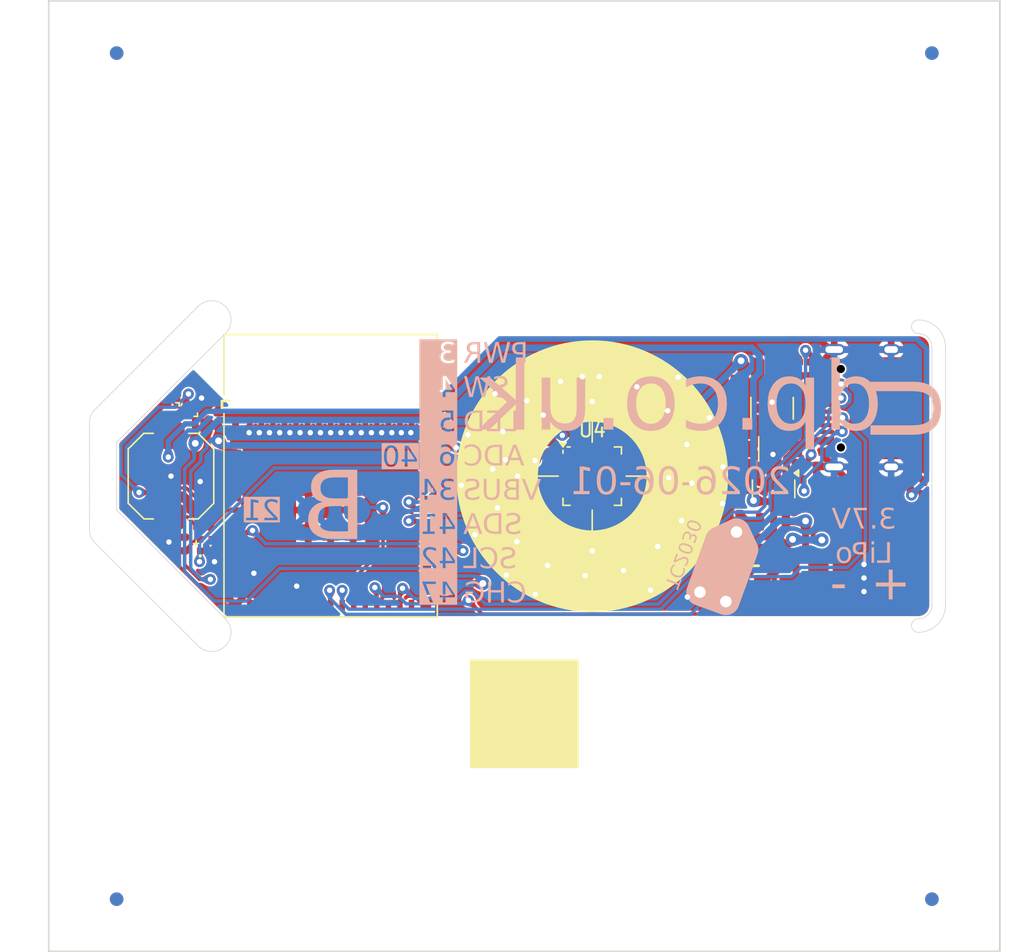
<source format=kicad_pcb>
(kicad_pcb (version 20241229) (generator "pcbnew") (generator_version "9.0")
  (title_block (rev "5") (company "Adrian Kennard Andrews & Arnold Ltd") (comment 1 "www.me.uk") (comment 2 "@TheRealRevK"))
  (layers (0 "F.Cu" signal) (2 "B.Cu" signal) (13 "F.Paste" user) (15 "B.Paste" user) (5 "F.SilkS" user "F.Silkscreen") (7 "B.SilkS" user "B.Silkscreen") (1 "F.Mask" user) (3 "B.Mask" user) (25 "Edge.Cuts" user))
  (property "DATE" "2022-03-20")
  (net 0 "")
  (net 1 "D+")
  (net 2 "GND")
  (net 3 "D-")
  (net 4 "+3.3V")
  (net 5 "VBUS")
  (net 6 "ADC")
  (net 7 "Net-(SW2-A)")
  (net 8 "Net-(U1-EN)")
  (net 9 "LED")
  (net 14 "VBAT")
  (net 16 "Net-(D1-O)")
  (net 20 "Net-(D2-O)")
  (net 24 "ADCL")
  (net 30 "Net-(D3-O)")
  (net 31 "Net-(U4-CPOUT)")
  (net 32 "Net-(U4-REGOUT)")
  (net 33 "CHARGING")
  (net 40 "Net-(J3-Pin_2)")
  (net 42 "Net-(D4-O)")
  (net 43 "Net-(D5-O)")
  (net 44 "Net-(D6-O)")
  (net 45 "Net-(D7-O)")
  (net 46 "Net-(D8-O)")
  (net 47 "Net-(D10-I)")
  (net 48 "Net-(D10-O)")
  (net 49 "Net-(D11-O)")
  (net 50 "Net-(D12-O)")
  (net 51 "Net-(D13-O)")
  (net 52 "Net-(D14-O)")
  (net 53 "Net-(D15-O)")
  (net 54 "Net-(D16-O)")
  (net 56 "Net-(D20-K)")
  (net 57 "Net-(J1-Pin_2)")
  (net 58 "Net-(J6-CC2)")
  (net 61 "Net-(J6-CC1)")
  (net 62 "Net-(U2-PROG)")
  (net 63 "Net-(R5-Pad2)")
  (net 64 "Net-(U1-GPIO34)")
  (net 65 "BTN")
  (net 66 "PWR")
  (net 69 "SDA")
  (net 70 "SCL")
  (footprint "RevK:SMD1010" (layer "F.Cu") (at 76.575 105.075 90)
    (property "Reference" "D1" (hide yes))
    (property "Value" "XL-1010RGBC-WS2812B" (hide yes))
  )
  (footprint "RevK:C_0402" (layer "F.Cu") (at 109.722347 92.932508 56.25)
    (property "Reference" "C3" (hide yes))
    (property "Value" "100nF" (hide yes))
  )
  (footprint "RevK:R_0402" (layer "F.Cu") (at 76.4 103.7)
    (property "Reference" "R4" (hide yes))
    (property "Value" "10K" (hide yes))
  )
  (footprint "RevK:JST_PH_S2B-PH-SM4-TB_1x02-1MP_P2.00mm_Horizontal" (layer "F.Cu") (at 125 104.5)
    (property "Reference" "J3" (hide yes))
    (property "Value" "JST-PH-SM4-TB")
  )
  (footprint "RevK:C_0402" (layer "F.Cu") (at 97.932508 95.277653 146.25)
    (property "Reference" "C15" (hide yes))
    (property "Value" "100nF" (hide yes))
  )
  (footprint "RevK:SMD1010" (layer "F.Cu") (at 97.147024 103.252809 -22.5)
    (property "Reference" "D13" (hide yes))
    (property "Value" "XL-1010RGBC-WS2812B" (hide yes))
  )
  (footprint "RevK:R_0402" (layer "F.Cu") (at 94.2 97.4 90)
    (property "Reference" "R1" (hide yes))
    (property "Value" "10K" (hide yes))
  )
  (footprint "RevK:C_0402" (layer "F.Cu") (at 106.658268 91.663325 78.75)
    (property "Reference" "C2" (hide yes))
    (property "Value" "100nF" (hide yes))
  )
  (footprint "RevK:WCSP-4-0.78x0.78" (layer "F.Cu") (at 75.45 95.1)
    (property "Reference" "U7" (hide yes))
    (property "Value" "~")
  )
  (footprint "RevK:C_0402" (layer "F.Cu") (at 101.5 100 90)
    (property "Reference" "C25" (hide yes))
    (property "Value" "100nF" (hide yes))
  )
  (footprint "RevK:C_0402" (layer "F.Cu") (at 105 103.5 180)
    (property "Reference" "C26" (hide yes))
    (property "Value" "100nF" (hide yes))
  )
  (footprint "RevK:SMD1010" (layer "F.Cu") (at 101.747191 92.147024 -112.5)
    (property "Reference" "D17" (hide yes))
    (property "Value" "XL-1010RGBC-WS2812B" (hide yes))
  )
  (footprint "RevK:SMD1010" (layer "F.Cu") (at 112.852976 96.747191 157.5)
    (property "Reference" "D5" (hide yes))
    (property "Value" "XL-1010RGBC-WS2812B" (hide yes))
  )
  (footprint "RevK:SMD1010" (layer "F.Cu") (at 111.010408 106.010408 90)
    (property "Reference" "D8" (hide yes))
    (property "Value" "XL-1010RGBC-WS2812B" (hide yes))
  )
  (footprint "RevK:C_0402" (layer "F.Cu") (at 96.663325 101.658268 -168.75)
    (property "Reference" "C13" (hide yes))
    (property "Value" "100nF" (hide yes))
  )
  (footprint "RevK:D_SOD-123" (layer "F.Cu") (at 118.35 98)
    (property "Reference" "D20" (hide yes))
    (property "Value" "MBR0530")
  )
  (footprint "RevK:C_0402" (layer "F.Cu") (at 112.067492 95.277653 33.75)
    (property "Reference" "C4" (hide yes))
    (property "Value" "100nF" (hide yes))
  )
  (footprint "RevK:R_0402" (layer "F.Cu") (at 121 99.25 180)
    (property "Reference" "R10" (hide yes))
    (property "Value" "5K1" (hide yes))
  )
  (footprint "RevK:SMD1010" (layer "F.Cu") (at 101.747191 107.852976 22.5)
    (property "Reference" "D11" (hide yes))
    (property "Value" "XL-1010RGBC-WS2812B" (hide yes))
  )
  (footprint "RevK:SMD1010" (layer "F.Cu") (at 112.852976 103.252809 112.5)
    (property "Reference" "D7" (hide yes))
    (property "Value" "XL-1010RGBC-WS2812B" (hide yes))
  )
  (footprint "RevK:C_0805" (layer "F.Cu") (at 118.1 92)
    (property "Reference" "C22" (hide yes))
    (property "Value" "100uF")
  )
  (footprint "RevK:VCUT70N" (layer "F.Cu") (at 100 89.5)
    (property "Reference" "V1" (hide yes))
    (property "Value" "~")
  )
  (footprint "Package_TO_SOT_SMD:SOT-23-5" (layer "F.Cu") (at 118.2375 95 90)
    (property "Reference" "U3" (hide yes))
    (property "Value" "ME6211C33M5G-N")
  )
  (footprint "RevK:R_0402" (layer "F.Cu") (at 120.2 92.1 90)
    (property "Reference" "R3" (hide yes))
    (property "Value" "10K" (hide yes))
  )
  (footprint "RevK:R_0402" (layer "F.Cu") (at 94.16 104.299999 90)
    (property "Reference" "R7" (hide yes))
    (property "Value" "100K 1%" (hide yes))
  )
  (footprint "RevK:C_0402" (layer "F.Cu") (at 108.5 100 90)
    (property "Reference" "C27" (hide yes))
    (property "Value" "10nF" (hide yes))
  )
  (footprint "RevK:SMD1010" (layer "F.Cu") (at 105 91.5 -135)
    (property "Reference" "D2" (hide yes))
    (property "Value" "XL-1010RGBC-WS2812B" (hide yes))
  )
  (footprint "RevK:SMD1010" (layer "F.Cu") (at 98.989592 106.010408)
    (property "Reference" "D12" (hide yes))
    (property "Value" "XL-1010RGBC-WS2812B" (hide yes))
  )
  (footprint "RevK:C_0402" (layer "F.Cu") (at 106.658268 108.336675 -78.75)
    (property "Reference" "C9" (hide yes))
    (property "Value" "100nF" (hide yes))
  )
  (footprint "RevK:ESP32-S3-MINI-1" (layer "F.Cu") (at 85.75 102.5)
    (property "Reference" "U1" (hide yes))
    (property "Value" "ESP32-S3-MINI-1" (hide yes))
  )
  (footprint "RevK:C_0402" (layer "F.Cu") (at 100.277653 107.067492 -123.75)
    (property "Reference" "C11" (hide yes))
    (property "Value" "100nF" (hide yes))
  )
  (footprint "RevK:VCUT70N" (layer "F.Cu") (at 100 110.5 180)
    (property "Reference" "V2" (hide yes))
    (property "Value" "~")
  )
  (footprint "RevK:SMD1010" (layer "F.Cu") (at 108.252809 107.852976 67.5)
    (property "Reference" "D9" (hide yes))
    (property "Value" "XL-1010RGBC-WS2812B" (hide yes))
  )
  (footprint "RevK:C_0402" (layer "F.Cu") (at 109.722347 107.067492 -56.25)
    (property "Reference" "C8" (hide yes))
    (property "Value" "100nF" (hide yes))
  )
  (footprint "RevK:C_0402" (layer "F.Cu") (at 75 105 90)
    (property "Reference" "C1" (hide yes))
    (property "Value" "100nF" (hide yes))
  )
  (footprint "RevK:C_0402" (layer "F.Cu") (at 112.067492 104.722347 -33.75)
    (property "Reference" "C7" (hide yes))
    (property "Value" "100nF" (hide yes))
  )
  (footprint "RevK:SMD1010" (layer "F.Cu") (at 105 108.5 45)
    (property "Reference" "D10" (hide yes))
    (property "Value" "XL-1010RGBC-WS2812B" (hide yes))
  )
  (footprint "RevK:C_0402" (layer "F.Cu") (at 100.277653 92.932508 123.75)
    (property "Reference" "C16" (hide yes))
    (property "Value" "100nF" (hide yes))
  )
  (footprint "RevK:SMD1010" (layer "F.Cu") (at 97.147024 96.747191 -67.5)
    (property "Reference" "D15" (hide yes))
    (property "Value" "XL-1010RGBC-WS2812B" (hide yes))
  )
  (footprint "RevK:C_0805" (layer "F.Cu") (at 118.35 108 180)
    (property "Reference" "C23" (hide yes))
    (property "Value" "100uF")
  )
  (footprint "RevK:WCSP-4-0.78x0.78" (layer "F.Cu") (at 74.1 95.1 90)
    (property "Reference" "U6" (hide yes))
    (property "Value" "~")
  )
  (footprint "RevK:SMD1010" (layer "F.Cu") (at 108.252809 92.147024 -157.5)
    (property "Reference" "D3" (hide yes))
    (property "Value" "XL-1010RGBC-WS2812B" (hide yes))
  )
  (footprint "RevK:C_0603" (layer "F.Cu") (at 127.3 101.325 -90)
    (property "Reference" "C28" (hide yes))
    (property "Value" "22uF")
  )
  (footprint "RevK:R_0402" (layer "F.Cu") (at 94.16 107.899999 90)
    (property "Reference" "R5" (hide yes))
    (property "Value" "100K 1%" (hide yes))
  )
  (footprint "RevK:C_0603" (layer "F.Cu") (at 115.65 93.7 -90)
    (property "Reference" "C21" (hide yes))
    (property "Value" "22uF")
  )
  (footprint "RevK:SMD1010" (layer "F.Cu") (at 96.5 100 -45)
    (property "Reference" "D14" (hide yes))
    (property "Value" "XL-1010RGBC-WS2812B" (hide yes))
  )
  (footprint "RevK:SMD1010" (layer "F.Cu") (at 98.989592 93.989592 -90)
    (property "Reference" "D16" (hide yes))
    (property "Value" "XL-1010RGBC-WS2812B" (hide yes))
  )
  (footprint "RevK:SOT-23-5" (layer "F.Cu") (at 118.3 104.5 90)
    (property "Reference" "U2" (hide yes))
    (property "Value" "TP4054")
  )
  (footprint "RevK:DFN1006-2L" (layer "F.Cu") (at 128.9 100.4 180)
    (property "Reference" "D18" (hide yes))
    (property "Value" "~")
  )
  (footprint "RevK:C_0402" (layer "F.Cu") (at 113.336675 101.658268 -11.25)
    (property "Reference" "C6" (hide yes))
    (property "Value" "100nF" (hide yes))
  )
  (footprint "Sensor_Motion:InvenSense_QFN-24_4x4mm_P0.5mm" (layer "F.Cu") (at 105 100)
    (property "Reference" "U4")
    (property "Value" "MPU-6050")
  )
  (footprint "RevK:USB-C-Socket-H" (layer "F.Cu") (at 123.3 95 90)
    (property "Reference" "J6" (hide yes))
    (property "Value" "USB-C-Socket-V")
  )
  (footprint "RevK:R_0402" (layer "F.Cu") (at 121 100.25)
    (property "Reference" "R9" (hide yes))
    (property "Value" "5K1" (hide yes))
  )
  (footprint "RevK:C_0402" (layer "F.Cu") (at 113.336675 98.341732 11.25)
    (property "Reference" "C5" (hide yes))
    (property "Value" "100nF" (hide yes))
  )
  (footprint "RevK:C_0402" (layer "F.Cu") (at 77.45 95.841336 90)
    (property "Reference" "C20" (hide yes))
    (property "Value" "100nF" (hide yes))
  )
  (footprint "RevK:C_0402" (layer "F.Cu") (at 103.341732 91.663325 101.25)
    (property "Reference" "C17" (hide yes))
    (property "Value" "100nF" (hide yes))
  )
  (footprint "RevK:C_0402" (layer "F.Cu") (at 105 96.5 180)
    (property "Reference" "C24" (hide yes))
    (property "Value" "2.2nF" (hide yes))
  )
  (footprint "Package_TO_SOT_SMD:SOT-23" (layer "F.Cu") (at 118.35 100.9375 -90)
    (property "Reference" "Q1" (hide yes))
    (property "Value" "CJ2301")
  )
  (footprint "RevK:C_0402" (layer "F.Cu") (at 97.932508 104.722347 -146.25)
    (property "Reference" "C12" (hide yes))
    (property "Value" "100nF" (hide yes))
  )
  (footprint "RevK:C_0402" (layer "F.Cu") (at 103.341732 108.336675 -101.25)
    (property "Reference" "C10" (hide yes))
    (property "Value" "100nF" (hide yes))
  )
  (footprint "Button_Switch_SMD:SW_Push_1TS009xxxx-xxxx-xxxx_6x6x5mm" (layer "F.Cu") (at 74 100 90)
    (property "Reference" "SW2" (hide yes))
    (property "Value" "SW_SPST")
  )
  (footprint "RevK:SMD1010" (layer "F.Cu") (at 113.5 100 135)
    (property "Reference" "D6" (hide yes))
    (property "Value" "XL-1010RGBC-WS2812B" (hide yes))
  )
  (footprint "RevK:R_0402" (layer "F.Cu") (at 115.85 102.25 -90)
    (property "Reference" "R2" (hide yes))
    (property "Value" "5K1" (hide yes))
  )
  (footprint "RevK:R_0402" (layer "F.Cu") (at 94.16 106.099999 90)
    (property "Reference" "R6" (hide yes))
    (property "Value" "100K 1%" (hide yes))
  )
  (footprint "RevK:R_0402" (layer "F.Cu") (at 121.1 92.1 -90)
    (property "Reference" "R11" (hide yes))
    (property "Value" "10K" (hide yes))
  )
  (footprint "RevK:SMD1010" (layer "F.Cu") (at 111.010408 93.989592 180)
    (property "Reference" "D4" (hide yes))
    (property "Value" "XL-1010RGBC-WS2812B" (hide yes))
  )
  (footprint "RevK:C_0402" (layer "F.Cu") (at 94.2 95.5 90)
    (property "Reference" "C19" (hide yes))
    (property "Value" "1uF" (hide yes))
  )
  (footprint "RevK:C_0603" (layer "F.Cu") (at 115.55 106.55 -90)
    (property "Reference" "C29" (hide yes))
    (property "Value" "22uF")
  )
  (footprint "RevK:C_0402" (layer "F.Cu") (at 96.663325 98.341732 168.75)
    (property "Reference" "C14" (hide yes))
    (property "Value" "100nF" (hide yes))
  )
  (footprint "RevK:Tag-Connect_TC2030-IDC-NL_2x03_P1.27mm_Vertical" (layer "B.Cu") (at 114.75 106.5 -110)
    (property "Reference" "J2" (hide yes))
    (property "Value" "TC2030-USB-NL-DS")
  )
  (footprint "RevK:PCB7070" (layer "B.Cu") (at 100 100 180)
    (property "Reference" "PCB1" (hide yes))
    (property "Value" "70x70" (hide yes))
    (fp_line (start 35 35) (end 35 -35) (stroke (width 0.12)) (layer "Edge.Cuts"))
    (fp_line (start 35 -35) (end -35 -35) (stroke (width 0.12)) (layer "Edge.Cuts"))
    (fp_line (start -35 35) (end 35 35) (stroke (width 0.12)) (layer "Edge.Cuts"))
    (fp_line (start -35 -35) (end -35 35) (stroke (width 0.12)) (layer "Edge.Cuts"))
  )
  (footprint "RevK:AA-Pad" (layer "B.Cu") (at 86 102.5 180)
    (property "Reference" "J1" (hide yes))
    (property "Value" "Reset")
  )
  (gr_rect (start 96 113.5) (end 104 121.5) (fill yes) (layer "F.SilkS"))
  (gr_line (start 105 102.5) (end 105 104.5) (stroke (width 0.12)) (layer "F.SilkS"))
  (gr_line (start 100.5 100) (end 102.5 100) (stroke (width 0.12)) (layer "F.SilkS"))
  (gr_circle (center 105 100) (end 112 100) (stroke (width 6)) (fill no) (layer "F.SilkS"))
  (gr_line (start 105 95.5) (end 105 97.5) (stroke (width 0.12)) (layer "F.SilkS"))
  (gr_line (start 107.5 100) (end 109 100) (stroke (width 0.12)) (layer "F.SilkS"))
  (gr_line (start 76 87.5) (end 68.391235 95.114136) (stroke (width 0.05)) (layer "Edge.Cuts"))
  (gr_line (start 76 112.499999) (end 68.393505 104.9) (stroke (width 0.05)) (layer "Edge.Cuts"))
  (gr_arc (start 129 89.5) (mid 129.707107 89.792893) (end 130 90.5) (stroke (width 0.05)) (layer "Edge.Cuts"))
  (gr_line (start 131 109.5) (end 131 90.5) (stroke (width 0.05)) (layer "Edge.Cuts"))
  (gr_line (start 130 90.5) (end 130 109.5) (stroke (width 0.05)) (layer "Edge.Cuts"))
  (gr_arc (start 129 88.5) (mid 130.414214 89.085786) (end 131 90.5) (stroke (width 0.05)) (layer "Edge.Cuts"))
  (gr_line (start 70 97.5) (end 70 102.5) (stroke (width 0.05)) (layer "Edge.Cuts"))
  (gr_arc (start 131 109.5) (mid 130.414214 110.914214) (end 129 111.5) (stroke (width 0.05)) (layer "Edge.Cuts"))
  (gr_arc (start 68.393503 104.9) (mid 68.102268 104.464136) (end 68 103.95) (stroke (width 0.05)) (layer "Edge.Cuts"))
  (gr_arc (start 67.997732 96.064136) (mid 68.1 95.55) (end 68.391235 95.114136) (stroke (width 0.05)) (layer "Edge.Cuts"))
  (gr_line (start 77.999999 110.5) (end 70 102.5) (stroke (width 0.05)) (layer "Edge.Cuts"))
  (gr_arc (start 129 89.5) (mid 128.5 89) (end 129 88.5) (stroke (width 0.05)) (layer "Edge.Cuts"))
  (gr_line (start 67.997732 96.0641) (end 68 103.95) (stroke (width 0.05)) (layer "Edge.Cuts"))
  (gr_arc (start 129 111.5) (mid 128.5 111) (end 129 110.5) (stroke (width 0.05)) (layer "Edge.Cuts"))
  (gr_arc (start 78 110.5) (mid 78 112.5) (end 76 112.5) (stroke (width 0.05)) (layer "Edge.Cuts"))
  (gr_arc (start 76 87.5) (mid 78 87.5) (end 78 89.5) (stroke (width 0.05)) (layer "Edge.Cuts"))
  (gr_arc (start 130 109.5) (mid 129.707107 110.207107) (end 129 110.5) (stroke (width 0.05)) (layer "Edge.Cuts"))
  (gr_line (start 77.999999 89.5) (end 70 97.5) (stroke (width 0.05)) (layer "Edge.Cuts"))
  (gr_text "PWR\nSW\nLED\nADC\nVBUS\nSDA\nSCL\nCHG" (at 95.5 109.55 0) (layer "B.SilkS") (effects (font (size 1.5 1.5)) (justify right bottom mirror)))
  (gr_text "dp.co.uk" (at 111.5 94.5 0) (layer "B.SilkS") (effects (font (size 5 5)) (justify mirror)))
  (gr_text "TC2030" (at 112 103 250) (layer "B.SilkS") (effects (font (size 1 1)) (justify right bottom mirror)))
  (gr_text "-" (at 122.5 109.5 0) (layer "B.SilkS") (effects (font (size 2.5 2.5)) (justify right bottom mirror)))
  (gr_text "40" (at 92.2 99.55 0) (layer "B.SilkS" knockout) (effects (font (size 1.5 1.5)) (justify left bottom mirror)))
  (gr_text "${CURRENT_DATE}" (at 111.5 100.5 0) (layer "B.SilkS") (effects (font (size 2 2)) (justify mirror)))
  (gr_text "+" (at 125.5 109.5 0) (layer "B.SilkS") (effects (font (size 2.5 2.5)) (justify right bottom mirror)))
  (gr_text "3\n4\n5\n6\n34\n41\n42\n47" (at 95 109.55 0) (layer "B.SilkS" knockout) (effects (font (size 1.5 1.5)) (justify left bottom mirror)))
  (gr_text "U" (at 128.5 95 90) (layer "B.SilkS") (effects (font (size 5 5)) (justify mirror)))
  (gr_text "21" (at 82 103.5 0) (layer "B.SilkS" knockout) (effects (font (size 1.5 1.5)) (justify left bottom mirror)))
  (gr_text "3.7V\nLiPo" (at 125 104.5 0) (layer "B.SilkS") (effects (font (size 1.5 1.5)) (justify mirror)))
  (segment (start 122.23 94.25) (end 123.313164 94.25) (width 0.25) (layer "F.Cu") (net 1))
  (segment (start 121.409 94.537888) (end 121.409 95.009) (width 0.25) (layer "F.Cu") (net 1))
  (segment (start 121.409 95.009) (end 121.65 95.25) (width 0.25) (layer "F.Cu") (net 1))
  (segment (start 122.23 94.25) (end 121.696888 94.25) (width 0.25) (layer "F.Cu") (net 1))
  (segment (start 121.65 95.25) (end 122.23 95.25) (width 0.25) (layer "F.Cu") (net 1))
  (segment (start 86.6 108.4) (end 86.6 109.5) (width 0.25) (layer "F.Cu") (net 1))
  (segment (start 121.696888 94.25) (end 121.409 94.537888) (width 0.25) (layer "F.Cu") (net 1))
  (via (at 123.313164 94.25) (size 0.8) (drill 0.4) (layers "F.Cu" "B.Cu") (net 1))
  (via (at 86.6 108.4) (size 0.8) (drill 0.4) (layers "F.Cu" "B.Cu") (net 1))
  (segment (start 113.653296 104.951356) (end 115.500723 103.103929) (width 0.25) (layer "B.Cu") (net 1))
  (segment (start 117.398123 103.103929) (end 118.1 102.402052) (width 0.25) (layer "B.Cu") (net 1))
  (segment (start 95.623196 109.8) (end 95.620196 109.797) (width 0.25) (layer "B.Cu") (net 1))
  (segment (start 96.161674 109.8) (end 95.623196 109.8) (width 0.25) (layer "B.Cu") (net 1))
  (segment (start 95.620196 109.797) (end 87.097 109.797) (width 0.25) (layer "B.Cu") (net 1))
  (segment (start 110.03333 109.797) (end 96.164674 109.797) (width 0.25) (layer "B.Cu") (net 1))
  (segment (start 122.4 96.1) (end 122.4 95.163164) (width 0.25) (layer "B.Cu") (net 1))
  (segment (start 122.4 95.163164) (end 123.313164 94.25) (width 0.25) (layer "B.Cu") (net 1))
  (segment (start 115.500723 103.103929) (end 117.398123 103.103929) (width 0.25) (layer "B.Cu") (net 1))
  (segment (start 86.6 109.3) (end 86.6 108.4) (width 0.25) (layer "B.Cu") (net 1))
  (segment (start 118.1 100.4) (end 122.4 96.1) (width 0.25) (layer "B.Cu") (net 1))
  (segment (start 118.1 102.402052) (end 118.1 100.4) (width 0.25) (layer "B.Cu") (net 1))
  (segment (start 96.164674 109.797) (end 96.161674 109.8) (width 0.25) (layer "B.Cu") (net 1))
  (segment (start 114.153295 106.282817) (end 113.547513 106.282817) (width 0.25) (layer "B.Cu") (net 1))
  (segment (start 114.153295 106.282817) (end 113.653296 105.782818) (width 0.25) (layer "B.Cu") (net 1))
  (segment (start 113.547513 106.282817) (end 110.03333 109.797) (width 0.25) (layer "B.Cu") (net 1))
  (segment (start 87.097 109.797) (end 86.6 109.3) (width 0.25) (layer "B.Cu") (net 1))
  (segment (start 113.653296 105.782818) (end 113.653296 104.951356) (width 0.25) (layer "B.Cu") (net 1))
  (segment (start 109.641727 101.325) (end 110.621176 100.345551) (width 0.25) (layer "F.Cu") (net 2))
  (segment (start 119.7385 95.454744) (end 119.7385 96.876034) (width 0.25) (layer "F.Cu") (net 2))
  (segment (start 73.196034 94.765) (end 73.465 94.765) (width 0.25) (layer "F.Cu") (net 2))
  (segment (start 107.75 98.75) (end 108.5 99.5) (width 0.25) (layer "F.Cu") (net 2))
  (segment (start 116.360625 100.969376) (end 115.85 101.480001) (width 0.25) (layer "F.Cu") (net 2))
  (segment (start 117.720256 100.9885) (end 117.079744 100.9885) (width 0.25) (layer "F.Cu") (net 2))
  (segment (start 105.75 101.95) (end 105.75 102.45) (width 0.25) (layer "F.Cu") (net 2))
  (segment (start 120.2 91.6) (end 119.4375 91.6) (width 0.5) (layer "F.Cu") (net 2))
  (segment (start 119.75 109.3) (end 118.7125 109.3) (width 0.5) (layer "F.Cu") (net 2))
  (segment (start 70.451 97.68681) (end 70.451 97.85) (width 0.5) (layer "F.Cu") (net 2))
  (segment (start 118.2375 94.95) (end 119.233756 94.95) (width 0.25) (layer "F.Cu") (net 2))
  (segment (start 72.968905 95.168905) (end 70.451 97.68681) (width 0.5) (layer "F.Cu") (net 2))
  (segment (start 72.968905 95.168905) (end 73.668905 94.468905) (width 0.5) (layer "F.Cu") (net 2))
  (segment (start 102.25 98.75) (end 101.5 99.5) (width 0.25) (layer "F.Cu") (net 2))
  (segment (start 118.3 107.1125) (end 117.4125 108) (width 0.5) (layer "F.Cu") (net 2))
  (segment (start 73.765 94.765) (end 73.37281 94.765) (width 0.5) (layer "F.Cu") (net 2))
  (segment (start 118.3 98.314534) (end 118.3 98.4) (width 0.25) (layer "F.Cu") (net 2))
  (segment (start 93.880001 95) (end 93.380001 95.5) (width 0.5) (layer "F.Cu") (net 2))
  (segment (start 106.2 102.9) (end 107.6 102.9) (width 0.25) (layer "F.Cu") (net 2))
  (segment (start 118.2375 94.55) (end 118.2375 92.8) (width 0.5) (layer "F.Cu") (net 2))
  (segment (start 118.2375 92.8) (end 119.0375 92) (width 0.5) (layer "F.Cu") (net 2))
  (segment (start 98.126001 94.035347) (end 98.027974 93.93732) (width 0.2) (layer "F.Cu") (net 2))
  (segment (start 119.4375 91.6) (end 119.0375 92) (width 0.5) (layer "F.Cu") (net 2))
  (segment (start 114.078298 99.356995) (end 114.625885 99.318211) (width 0.2) (layer "F.Cu") (net 2))
  (segment (start 106.95 98.75) (end 107.75 98.75) (width 0.25) (layer "F.Cu") (net 2))
  (segment (start 118.3 105.6375) (end 118.3 107.1125) (width 0.5) (layer "F.Cu") (net 2))
  (segment (start 117.079744 100.9885) (end 117.06062 100.969376) (width 0.25) (layer "F.Cu") (net 2))
  (segment (start 117.06062 100.969376) (end 116.360625 100.969376) (width 0.25) (layer "F.Cu") (net 2))
  (segment (start 122.81 99.32) (end 121.57 99.32) (width 0.5) (layer "F.Cu") (net 2))
  (segment (start 113.141186 95.931827) (end 113.632249 95.686442) (width 0.2) (layer "F.Cu") (net 2))
  (segment (start 118.2375 94.95) (end 118.2375 94.55) (width 0.5) (layer "F.Cu") (net 2))
  (segment (start 101.5 99.5) (end 100 99.5) (width 0.25) (layer "F.Cu") (net 2))
  (segment (start 119.0375 90.2625) (end 119.349 89.951) (width 0.5) (layer "F.Cu") (net 2))
  (segment (start 118.3 100.408756) (end 117.720256 100.9885) (width 0.25) (layer "F.Cu") (net 2))
  (segment (start 105.75 102.45) (end 106.2 102.9) (width 0.25) (layer "F.Cu") (net 2))
  (segment (start 122.23 98.2) (end 122.23 98.74) (width 0.5) (layer "F.Cu") (net 2))
  (segment (start 93.380001 95.5) (end 92.75 95.5) (width 0.5) (layer "F.Cu") (net 2))
  (segment (start 98.027974 93.93732) (end 97.854015 93.93732) (width 0.2) (layer "F.Cu") (net 2))
  (segment (start 122.23 91.8) (end 122.23 91.26) (width 0.5) (layer "F.Cu") (net 2))
  (segment (start 121.65 107.4) (end 119.75 109.3) (width 0.5) (layer "F.Cu") (net 2))
  (segment (start 122.23 91.26) (end 122.81 90.68) (width 0.5) (layer "F.Cu") (net 2))
  (segment (start 119.349 89.951) (end 121.751 89.951) (width 0.5) (layer "F.Cu") (net 2))
  (segment (start 96.858814 104.068173) (end 96.367751 104.313558) (width 0.2) (layer "F.Cu") (net 2))
  (segment (start 96.366679 97.119945) (end 95.845932 96.946225) (width 0.2) (layer "F.Cu") (net 2))
  (segment (start 115.85 101.480001) (end 115.85 101.75) (width 0.25) (layer "F.Cu") (net 2))
  (segment (start 109.175 101.325) (end 109.641727 101.325) (width 0.25) (layer "F.Cu") (net 2))
  (segment (start 119.233756 94.95) (end 119.7385 95.454744) (width 0.25) (layer "F.Cu") (net 2))
  (segment (start 124 100.51) (end 122.81 99.32) (width 0.5) (layer "F.Cu") (net 2))
  (segment (start 78.75 109.5) (end 77.461033 109.5) (width 0.25) (layer "F.Cu") (net 2))
  (segment (start 118.7125 109.3) (end 117.4125 108) (width 0.5) (layer "F.Cu") (net 2))
  (segment (start 107.6 102.9) (end 109.175 101.325) (width 0.25) (layer "F.Cu") (net 2))
  (segment (start 118.3 98.4) (end 118.3 100.408756) (width 0.25) (layer "F.Cu") (net 2))
  (segment (start 76.170886 94.379114) (end 75.785 94.765) (width 0.5) (layer "F.Cu") (net 2))
  (segment (start 103.05 98.75) (end 102.25 98.75) (width 0.25) (layer "F.Cu") (net 2))
  (segment (start 110.621176 100.345551) (end 110.621176 100.121176) (width 0.25) (layer "F.Cu") (net 2))
  (segment (start 77.461033 109.5) (end 70.326 102.364966) (width 0.25) (layer "F.Cu") (net 2))
  (segment (start 99.035347 106.873999) (end 98.675569 107.288627) (width 0.2) (layer "F.Cu") (net 2))
  (segment (start 122.23 98.74) (end 122.81 99.32) (width 0.5) (layer "F.Cu") (net 2))
  (segment (start 95.921702 100.643005) (end 95.374115 100.681789) (width 0.2) (layer "F.Cu") (net 2))
  (segment (start 110.964653 93.126001) (end 111.324431 92.711373) (width 0.2) (layer "F.Cu") (net 2))
  (segment (start 76.170886 94.15) (end 76.170886 94.379114) (width 0.5) (layer "F.Cu") (net 2))
  (segment (start 121.57 99.32) (end 121.5 99.25) (width 0.5) (layer "F.Cu") (net 2))
  (segment (start 119.7385 96.876034) (end 118.3 98.314534) (width 0.25) (layer "F.Cu") (net 2))
  (segment (start 119.0375 92) (end 119.0375 90.2625) (width 0.5) (layer "F.Cu") (net 2))
  (segment (start 94.2 95) (end 93.880001 95) (width 0.5) (layer "F.Cu") (net 2))
  (segment (start 100 99.5) (end 99.5 100) (width 0.25) (layer "F.Cu") (net 2))
  (segment (start 121.751 89.951) (end 122.48 90.68) (width 0.5) (layer "F.Cu") (net 2))
  (segment (start 73.37281 94.765) (end 72.968905 95.168905) (width 0.5) (layer "F.Cu") (net 2))
  (segment (start 118.2375 96.1375) (end 118.2375 94.95) (width 0.5) (layer "F.Cu") (net 2))
  (via (at 90.95 96.8) (size 0.8) (drill 0.4) (layers "F.Cu" "B.Cu") (net 2))
  (via (at 89.5 96.8) (size 0.8) (drill 0.4) (layers "F.Cu" "B.Cu") (net 2))
  (via (at 76.15 100.4) (size 0.8) (drill 0.4) (layers "F.Cu" "B.Cu") (net 2))
  (via (at 95.845932 96.946225) (size 0.8) (drill 0.4) (layers "F.Cu" "B.Cu") (net 2))
  (via (at 99.5 100) (size 0.8) (drill 0.4) (layers "F.Cu" "B.Cu") (net 2))
  (via (at 98.6 98.8) (size 0.8) (drill 0.4) (layers "F.Cu" "B.Cu") (net 2))
  (via (at 83.25 108.1) (size 0.8) (drill 0.4) (layers "F.Cu" "B.Cu") (net 2))
  (via (at 111.324431 92.711373) (size 0.8) (drill 0.4) (layers "F.Cu" "B.Cu") (net 2))
  (via (at 88 96.8) (size 0.8) (drill 0.4) (layers "F.Cu" "B.Cu") (net 2))
  (via (at 82 96.8) (size 0.8) (drill 0.4) (layers "F.Cu" "B.Cu") (net 2))
  (via (at 105 94.5) (size 0.8) (drill 0.4) (layers "F.Cu" "B.Cu") (net 2))
  (via (at 76.25 94.25) (size 0.8) (drill 0.4) (layers "F.Cu" "B.Cu") (net 2))
  (via (at 112 108.9) (size 0.8) (drill 0.4) (layers "F.Cu" "B.Cu") (net 2))
  (via (at 91.65 96.8) (size 0.8) (drill 0.4) (layers "F.Cu" "B.Cu") (net 2))
  (via (at 113.632249 95.686442) (size 0.8) (drill 0.4) (layers "F.Cu" "B.Cu") (net 2))
  (via (at 114.625885 99.318211) (size 0.8) (drill 0.4) (layers "F.Cu" "B.Cu") (net 2))
  (via (at 100.8 108.7) (size 0.8) (drill 0.4) (layers "F.Cu" "B.Cu") (net 2))
  (via (at 118.2375 94.55) (size 0.8) (drill 0.4) (layers "F.Cu" "B.Cu") (net 2))
  (via (at 81.25 96.8) (size 0.8) (drill 0.4) (layers "F.Cu" "B.Cu") (net 2))
  (via (at 80.1 107.15) (size 0.8) (drill 0.4) (layers "F.Cu" "B.Cu") (net 2))
  (via (at 74 100) (size 0.8) (drill 0.4) (layers "F.Cu" "B.Cu") (net 2))
  (via (at 110.621176 100.121176) (size 0.8) (drill 0.4) (layers "F.Cu" "B.Cu") (net 2))
  (via (at 105 105.5) (size 0.8) (drill 0.4) (layers "F.Cu" "B.Cu") (net 2))
  (via (at 90.25 96.8) (size 0.8) (drill 0.4) (layers "F.Cu" "B.Cu") (net 2))
  (via (at 118.3 98.4) (size 0.8) (drill 0.4) (layers "F.Cu" "B.Cu") (net 2))
  (via (at 125 108.5) (size 0.8) (drill 0.4) (layers "F.Cu" "B.Cu") (net 2))
  (via (at 97.854015 93.93732) (size 0.8) (drill 0.4) (layers "F.Cu" "B.Cu") (net 2))
  (via (at 82.75 96.8) (size 0.8) (drill 0.4) (layers "F.Cu" "B.Cu") (net 2))
  (via (at 85 96.8) (size 0.8) (drill 0.4) (layers "F.Cu" "B.Cu") (net 2))
  (via (at 80.5 96.8) (size 0.8) (drill 0.4) (layers "F.Cu" "B.Cu") (net 2))
  (via (at 101.4 95.5) (size 0.8) (drill 0.4) (layers "F.Cu" "B.Cu") (net 2))
  (via (at 77.2 106.3) (size 0.8) (drill 0.4) (layers "F.Cu" "B.Cu") (net 2))
  (via (at 79.75 96.8) (size 0.8) (drill 0.4) (layers "F.Cu" "B.Cu") (net 2))
  (via (at 125 107.5) (size 0.8) (drill 0.4) (layers "F.Cu" "B.Cu") (net 2))
  (via (at 125 106.5) (size 0.8) (drill 0.4) (layers "F.Cu" "B.Cu") (net 2))
  (via (at 84.25 96.8) (size 0.8) (drill 0.4) (layers "F.Cu" "B.Cu") (net 2))
  (via (at 98.675569 107.288627) (size 0.8) (drill 0.4) (layers "F.Cu" "B.Cu") (net 2))
  (via (at 96.367751 104.313558) (size 0.8) (drill 0.4) (layers "F.Cu" "B.Cu") (net 2))
  (via (at 88.75 96.8) (size 0.8) (drill 0.4) (layers "F.Cu" "B.Cu") (net 2))
  (via (at 73.85 104.85) (size 0.8) (drill 0.4) (layers "F.Cu" "B.Cu") (net 2))
  (via (at 114.601107 102.020959) (size 0.8) (drill 0.4) (layers "F.Cu" "B.Cu") (net 2))
  (via (at 85.75 96.8) (size 0.8) (drill 0.4) (layers "F.Cu" "B.Cu") (net 2))
  (via (at 109.285715 108.390922) (size 0.8) (drill 0.4) (layers "F.Cu" "B.Cu") (net 2))
  (via (at 95.374115 100.681789) (size 0.8) (drill 0.4) (layers "F.Cu" "B.Cu") (net 2))
  (via (at 86.5 96.8) (size 0.8) (drill 0.4) (layers "F.Cu" "B.Cu") (net 2))
  (via (at 83.5 96.8) (size 0.8) (drill 0.4) (layers "F.Cu" "B.Cu") (net 2))
  (via (at 87.25 96.8) (size 0.8) (drill 0.4) (layers "F.Cu" "B.Cu") (net 2))
  (arc (start 111.435408 93.564592) (mid 112.567239 94.943733) (end 113.408265 96.517183) (width 0.2) (layer "F.Cu") (net 2))
  (arc (start 108.482817 91.591735) (mid 110.056267 92.432761) (end 111.435408 93.564592) (width 0.2) (layer "F.Cu") (net 2))
  (arc (start 95.898959 100) (mid 96.073833 98.224475) (end 96.591735 96.517183) (width 0.2) (layer "F.Cu") (net 2))
  (arc (start 96.591735 96.517183) (mid 97.432761 94.943733) (end 98.564592 93.564592) (width 0.2) (layer "F.Cu") (net 2))
  (arc (start 105 90.898959) (mid 106.775525 91.073833) (end 108.482817 91.591735) (width 0.2) (layer "F.Cu") (net 2))
  (arc (start 98.564592 93.564592) (mid 99.943733 92.432761) (end 101.517183 91.591735) (width 0.2) (layer "F.Cu") (net 2))
  (arc (start 114.101041 100) (mid 113.926167 101.775525) (end 113.408265 103.482817) (width 0.2) (layer "F.Cu") (net 2))
  (arc (start 96.591735 103.482817) (mid 96.073833 101.775525) (end 95.898959 100) (width 0.2) (layer "F.Cu") (net 2))
  (arc (start 113.408265 103.482817) (mid 112.567239 105.056267) (end 111.435408 106.435408) (width 0.2) (layer "F.Cu") (net 2))
  (arc (start 105 109.101041) (mid 103.224475 108.926167) (end 101.517183 108.408265) (width 0.2) (layer "F.Cu") (net 2))
  (arc (start 108.482817 108.408265) (mid 106.775525 108.926167) (end 105 109.101041) (width 0.2) (layer "F.Cu") (net 2))
  (arc (start 113.408265 96.517183) (mid 113.926167 98.224475) (end 114.101041 100) (width 0.2) (layer "F.Cu") (net 2))
  (arc (start 98.564592 106.435408) (mid 97.432761 105.056267) (end 96.591735 103.482817) (width 0.2) (layer "F.Cu") (net 2))
  (arc (start 103.224475 91.073833) (mid 104.107942 90.942783) (end 105 90.898959) (width 0.2) (layer "F.Cu") (net 2))
  (arc (start 101.517183 108.408265) (mid 99.943733 107.567239) (end 98.564592 106.435408) (width 0.2) (layer "F.Cu") (net 2))
  (arc (start 111.435408 106.435408) (mid 110.056267 107.567239) (end 108.482817 108.408265) (width 0.2) (layer "F.Cu") (net 2))
  (segment (start 95.374115 100.536545) (end 95.374115 100.681789) (width 0.25) (layer "B.Cu") (net 2))
  (segment (start 98.6 98.8) (end 97.11066 98.8) (width 0.25) (layer "B.Cu") (net 2))
  (segment (start 97.11066 98.8) (end 95.374115 100.536545) (width 0.25) (layer "B.Cu") (net 2))
  (segment (start 122.23 95.75) (end 123.367478 95.75) (width 0.25) (layer "F.Cu") (net 3))
  (segment (start 85.7 108.421494) (end 85.680668 108.402162) (width 0.25) (layer "F.Cu") (net 3))
  (segment (start 122.23 94.75) (end 122.799999 94.75) (width 0.25) (layer "F.Cu") (net 3))
  (segment (start 123.051 95.462112) (end 122.763112 95.75) (width 0.25) (layer "F.Cu") (net 3))
  (segment (start 85.7 109.45) (end 85.7 108.421494) (width 0.25) (layer "F.Cu") (net 3))
  (segment (start 85.680668 108.402162) (end 85.675 108.402162) (width 0.25) (layer "F.Cu") (net 3))
  (segment (start 123.051 95.001001) (end 123.051 95.462112) (width 0.25) (layer "F.Cu") (net 3))
  (segment (start 122.799999 94.75) (end 123.051 95.001001) (width 0.25) (layer "F.Cu") (net 3))
  (segment (start 122.763112 95.75) (end 122.23 95.75) (width 0.25) (layer "F.Cu") (net 3))
  (segment (start 123.367478 95.75) (end 123.425 95.692478) (width 0.25) (layer "F.Cu") (net 3))
  (via (at 85.675 108.402162) (size 0.8) (drill 0.4) (layers "F.Cu" "B.Cu") (net 3))
  (via (at 123.425 95.692478) (size 0.8) (drill 0.4) (layers "F.Cu" "B.Cu") (net 3))
  (segment (start 115.346705 106.717183) (end 115.030071 107.033817) (width 0.25) (layer "B.Cu") (net 3))
  (segment (start 115.346705 106.717183) (end 116.029523 107.400001) (width 0.25) (layer "B.Cu") (net 3))
  (segment (start 123.316599 95.682925) (end 123.316599 95.688822) (width 0.25) (layer "B.Cu") (net 3))
  (segment (start 86.874 110.174) (end 85.7 109) (width 0.25) (layer "B.Cu") (net 3))
  (segment (start 114.904295 105.406042) (end 114.904295 106.274773) (width 0.25) (layer "B.Cu") (net 3))
  (segment (start 85.7 109) (end 85.7 108.427162) (width 0.25) (layer "B.Cu") (net 3))
  (segment (start 123.320255 95.692478) (end 123.425 95.692478) (width 0.25) (layer "B.Cu") (net 3))
  (segment (start 114.904295 106.274773) (end 115.346705 106.717183) (width 0.25) (layer "B.Cu") (net 3))
  (segment (start 95.466866 110.174) (end 86.874 110.174) (width 0.25) (layer "B.Cu") (net 3))
  (segment (start 96.318004 110.174) (end 96.317004 110.175) (width 0.25) (layer "B.Cu") (net 3))
  (segment (start 113.71893 107.476227) (end 113.71893 108.702946) (width 0.25) (layer "B.Cu") (net 3))
  (segment (start 114.16134 107.033817) (end 113.71893 107.476227) (width 0.25) (layer "B.Cu") (net 3))
  (segment (start 116.029523 107.400001) (end 119.666727 107.4) (width 0.25) (layer "B.Cu") (net 3))
  (segment (start 123.316599 95.688822) (end 123.320255 95.692478) (width 0.25) (layer "B.Cu") (net 3))
  (segment (start 120.349544 106.717183) (end 123.782817 106.717183) (width 0.25) (layer "B.Cu") (net 3))
  (segment (start 123.290337 95.656663) (end 123.316599 95.682925) (width 0.25) (layer "B.Cu") (net 3))
  (segment (start 123.314375 95.616645) (end 123.290337 95.640683) (width 0.25) (layer "B.Cu") (net 3))
  (segment (start 125.1 97.4) (end 123.316645 95.616645) (width 0.25) (layer "B.Cu") (net 3))
  (segment (start 114.587661 105.089408) (end 114.904295 105.406042) (width 0.25) (layer "B.Cu") (net 3))
  (segment (start 119.666727 107.4) (end 120.349544 106.717183) (width 0.25) (layer "B.Cu") (net 3))
  (segment (start 123.316645 95.616645) (end 123.314375 95.616645) (width 0.25) (layer "B.Cu") (net 3))
  (segment (start 113.71893 108.702946) (end 112.247876 110.174) (width 0.25) (layer "B.Cu") (net 3))
  (segment (start 96.317004 110.175) (end 95.467866 110.175) (width 0.25) (layer "B.Cu") (net 3))
  (segment (start 123.782817 106.717183) (end 125.1 105.4) (width 0.25) (layer "B.Cu") (net 3))
  (segment (start 85.7 108.427162) (end 85.675 108.402162) (width 0.25) (layer "B.Cu") (net 3))
  (segment (start 112.247876 110.174) (end 96.318004 110.174) (width 0.25) (layer "B.Cu") (net 3))
  (segment (start 115.030071 107.033817) (end 114.16134 107.033817) (width 0.25) (layer "B.Cu") (net 3))
  (segment (start 123.290337 95.640683) (end 123.290337 95.656663) (width 0.25) (layer "B.Cu") (net 3))
  (segment (start 95.467866 110.175) (end 95.466866 110.174) (width 0.25) (layer "B.Cu") (net 3))
  (segment (start 125.1 105.4) (end 125.1 97.4) (width 0.25) (layer "B.Cu") (net 3))
  (segment (start 98.987171 102.325933) (end 98.027731 102.325933) (width 0.5) (layer "F.Cu") (net 4))
  (segment (start 94.2 97.9) (end 95 97.9) (width 0.5) (layer "F.Cu") (net 4))
  (segment (start 76.15 104.65) (end 75.85 104.65) (width 0.25) (layer "F.Cu") (net 4))
  (segment (start 97.934116 96.469159) (end 98.425178 96.714544) (width 0.2) (layer "F.Cu") (net 4))
  (segment (start 115.955789 91.503) (end 115.955789 92.619211) (width 0.5) (layer "F.Cu") (net 4))
  (segment (start 99.823169 94.033931) (end 100.182947 94.448559) (width 0.2) (layer "F.Cu") (net 4))
  (segment (start 78.35 98.25) (end 77.5 97.4) (width 0.5) (layer "F.Cu") (net 4))
  (segment (start 75.85 104.65) (end 75 105.5) (width 0.25) (layer "F.Cu") (net 4))
  (segment (start 101.5 100.694178) (end 103.506822 102.701) (width 0.25) (layer "F.Cu") (net 4))
  (segment (start 101.5 100.5) (end 101.5 100.694178) (width 0.25) (layer "F.Cu") (net 4))
  (segment (start 110.176831 105.966069) (end 109.817053 105.606291) (width 0.2) (layer "F.Cu") (net 4))
  (segment (start 76.091363 107.6) (end 76.9 107.6) (width 0.25) (layer "F.Cu") (net 4))
  (segment (start 107.499653 107.145989) (end 107.302047 106.948383) (width 0.2) (layer "F.Cu") (net 4))
  (segment (start 108.5 100.5) (end 107.75 101.25) (width 0.25) (layer "F.Cu") (net 4))
  (segment (start 101.5 100.5) (end 100.633311 100.5) (width 0.5) (layer "F.Cu") (net 4))
  (segment (start 109.817053 105.606291) (end 109.817053 105.175) (width 0.2) (layer "F.Cu") (net 4))
  (segment (start 117.1625 92) (end 116.452789 92) (width 0.5) (layer "F.Cu") (net 4))
  (segment (start 75 105.5) (end 75 106.508637) (width 0.25) (layer "F.Cu") (net 4))
  (segment (start 99.033931 105.176831) (end 99.448559 104.817053) (width 0.2) (layer "F.Cu") (net 4))
  (segment (start 77.5 96.391336) (end 77.45 96.341336) (width 0.5) (layer "F.Cu") (net 4))
  (segment (start 112.065884 103.530841) (end 111.574822 103.285456) (width 0.2) (layer "F.Cu") (net 4))
  (segment (start 112.493016 97.500347) (end 111.972269 97.674067) (width 0.2) (layer "F.Cu") (net 4))
  (segment (start 105.558075 92.12078) (end 105.51929 92.668367) (width 0.2) (layer "F.Cu") (net 4))
  (segment (start 78.75 98.25) (end 78.35 98.25) (width 0.5) (layer "F.Cu") (net 4))
  (segment (start 109.3 100.5) (end 108.5 100.5) (width 0.5) (layer "F.Cu") (net 4))
  (segment (start 101.469159 107.065884) (end 101.714544 106.574822) (width 0.2) (layer "F.Cu") (net 4))
  (segment (start 112.87922 100.558075) (end 112.331633 100.51929) (width 0.2) (layer "F.Cu") (net 4))
  (segment (start 110.966069 94.823169) (end 110.551441 95.182947) (width 0.2) (layer "F.Cu") (net 4))
  (segment (start 103.993178 102.701) (end 104.25 102.444178) (width 0.25) (layer "F.Cu") (net 4))
  (segment (start 107.499653 107.493016) (end 107.499653 107.145989) (width 0.2) (layer "F.Cu") (net 4))
  (segment (start 100.593408 100.719696) (end 98.987171 102.325933) (width 0.5) (layer "F.Cu") (net 4))
  (segment (start 117.2875 93.8625) (end 117.2875 92.125) (width 0.5) (layer "F.Cu") (net 4))
  (segment (start 107.75 101.25) (end 106.95 101.25) (width 0.25) (layer "F.Cu") (net 4))
  (segment (start 115.955789 92.619211) (end 115.65 92.925) (width 0.5) (layer "F.Cu") (net 4))
  (segment (start 108.530841 92.934116) (end 108.285456 93.425178) (width 0.2) (layer "F.Cu") (net 4))
  (segment (start 100.593408 100.539903) (end 100.593408 100.719696) (width 0.5) (layer "F.Cu") (net 4))
  (segment (start 77.5 97.4) (end 77.5 96.391336) (width 0.5) (layer "F.Cu") (net 4))
  (segment (start 103.506822 102.701) (end 103.993178 102.701) (width 0.25) (layer "F.Cu") (net 4))
  (segment (start 109.3 100.5) (end 109.3 100.346336) (width 0.5) (layer "F.Cu") (net 4))
  (segment (start 116.452789 92) (end 115.955789 91.503) (width 0.5) (layer "F.Cu") (net 4))
  (segment (start 104.25 102.444178) (end 104.25 101.95) (width 0.25) (layer "F.Cu") (net 4))
  (segment (start 102.500347 92.506984) (end 102.674067 93.027731) (width 0.2) (layer "F.Cu") (net 4))
  (segment (start 104.441925 107.87922) (end 104.48071 107.331633) (width 0.2) (layer "F.Cu") (net 4))
  (segment (start 97.506984 102.499653) (end 98.027731 102.325933) (width 0.2) (layer "F.Cu") (net 4))
  (segment (start 109.3 100.346336) (end 111.972269 97.674067) (width 0.5) (layer "F.Cu") (net 4))
  (segment (start 100.633311 100.5) (end 100.593408 100.539903) (width 0.5) (layer "F.Cu") (net 4))
  (segment (start 75 106.508637) (end 76.091363 107.6) (width 0.25) (layer "F.Cu") (net 4))
  (segment (start 97.12078 99.441925) (end 97.668367 99.48071) (width 0.2) (layer "F.Cu") (net 4))
  (via (at 105.51929 92.668367) (size 0.8) (drill 0.4) (layers "F.Cu" "B.Cu") (net 4))
  (via (at 102.674067 93.027731) (size 0.8) (drill 0.4) (layers "F.Cu" "B.Cu") (net 4))
  (via (at 104.48071 107.331633) (size 0.8) (drill 0.4) (layers "F.Cu" "B.Cu") (net 4))
  (via (at 107.302047 106.948383) (size 0.8) (drill 0.4) (layers "F.Cu" "B.Cu") (net 4))
  (via (at 97.668367 99.48071) (size 0.8) (drill 0.4) (layers "F.Cu" "B.Cu") (net 4))
  (via (at 100.182947 94.448559) (size 0.8) (drill 0.4) (layers "F.Cu" "B.Cu") (net 4))
  (via (at 111.972269 97.674067) (size 0.8) (drill 0.4) (layers "F.Cu" "B.Cu") (net 4))
  (via (at 99.448559 104.817053) (size 0.8) (drill 0.4) (layers "F.Cu" "B.Cu") (net 4))
  (via (at 77.5 97.4) (size 1) (drill 0.5) (layers "F.Cu" "B.Cu") (net 4))
  (via (at 98.027731 102.325933) (size 0.8) (drill 0.4) (layers "F.Cu" "B.Cu") (net 4))
  (via (at 95 97.9) (size 0.8) (drill 0.4) (layers "F.Cu" "B.Cu") (net 4))
  (via (at 109.817053 105.175) (size 0.8) (drill 0.4) (layers "F.Cu" "B.Cu") (net 4))
  (via (at 112.331633 100.51929) (size 0.8) (drill 0.4) (layers "F.Cu" "B.Cu") (net 4))
  (via (at 111.574822 103.285456) (size 0.8) (drill 0.4) (layers "F.Cu" "B.Cu") (net 4))
  (via (at 108.285456 93.425178) (size 0.8) (drill 0.4) (layers "F.Cu" "B.Cu") (net 4))
  (via (at 101.714544 106.574822) (size 0.8) (drill 0.4) (layers "F.Cu" "B.Cu") (net 4))
  (via (at 115.955789 91.503) (size 1) (drill 0.5) (layers "F.Cu" "B.Cu") (net 4))
  (via (at 98.425178 96.714544) (size 0.8) (drill 0.4) (layers "F.Cu" "B.Cu") (net 4))
  (via (at 76.9 107.6) (size 0.8) (drill 0.4) (layers "F.Cu" "B.Cu") (net 4))
  (via (at 110.551441 95.182947) (size 0.8) (drill 0.4) (layers "F.Cu" "B.Cu") (net 4))
  (arc (start 97.702313 96.977199) (mid 98.432255 95.611573) (end 99.414592 94.414592) (width 0.2) (layer "F.Cu") (net 4))
  (arc (start 97.101041 100) (mid 97.252817 98.458989) (end 97.702313 96.977199) (width 0.2) (layer "F.Cu") (net 4))
  (arc (start 112.297687 96.977199) (mid 112.747183 98.458989) (end 112.898959 100) (width 0.2) (layer "F.Cu") (net 4))
  (arc (start 97.702313 103.022801) (mid 97.252817 101.541011) (end 97.101041 100) (width 0.2) (layer "F.Cu") (net 4))
  (arc (start 110.585408 94.414592) (mid 111.567745 95.611573) (end 112.297687 96.977199) (width 0.2) (layer "F.Cu") (net 4))
  (arc (start 99.414592 94.414592) (mid 100.611573 93.432255) (end 101.977199 92.702313) (width 0.2) (layer "F.Cu") (net 4))
  (arc (start 110.585408 105.585408) (mid 109.388427 106.567745) (end 108.022801 107.297687) (width 0.2) (layer "F.Cu") (net 4))
  (arc (start 105 92.101041) (mid 106.541011 92.252817) (end 108.022801 92.702313) (width 0.2) (layer "F.Cu") (net 4))
  (arc (start 99.414592 105.585408) (mid 98.432255 104.388427) (end 97.702313 103.022801) (width 0.2) (layer "F.Cu") (net 4))
  (arc (start 105 107.898959) (mid 103.458989 107.747183) (end 101.977199 107.297687) (width 0.2) (layer "F.Cu") (net 4))
  (arc (start 101.977199 92.702313) (mid 102.707053 92.441167) (end 103.458989 92.252817) (width 0.2) (layer "F.Cu") (net 4))
  (arc (start 101.977199 107.297687) (mid 100.611573 106.567745) (end 99.414592 105.585408) (width 0.2) (layer "F.Cu") (net 4))
  (arc (start 108.022801 92.702313) (mid 109.388427 93.432255) (end 110.585408 94.414592) (width 0.2) (layer "F.Cu") (net 4))
  (arc (start 108.022801 107.297687) (mid 106.541011 107.747183) (end 105 107.898959) (width 0.2) (layer "F.Cu") (net 4))
  (arc (start 112.898959 100) (mid 112.747183 101.541011) (end 112.297687 103.022801) (width 0.2) (layer "F.Cu") (net 4))
  (arc (start 112.297687 103.022801) (mid 111.567745 104.388427) (end 110.585408 105.585408) (width 0.2) (layer "F.Cu") (net 4))
  (segment (start 75.45 106.8) (end 75.45 99.65) (width 0.25) (layer "B.Cu") (net 4))
  (segment (start 77.5 97.4) (end 77.85 97.75) (width 0.5) (layer "B.Cu") (net 4))
  (segment (start 77.85 97.75) (end 91.2 97.75) (width 0.5) (layer "B.Cu") (net 4))
  (segment (start 76.9 107.6) (end 76.25 107.6) (width 0.25) (layer "B.Cu") (net 4))
  (segment (start 95 97.9) (end 94.042863 96.942863) (width 0.5) (layer "B.Cu") (net 4))
  (segment (start 76.25 107.6) (end 75.45 106.8) (width 0.25) (layer "B.Cu") (net 4))
  (segment (start 94.944683 95.994683) (end 97.705317 95.994683) (width 0.5) (layer "B.Cu") (net 4))
  (segment (start 75.45 99.65) (end 76.2 98.9) (width 0.25) (layer "B.Cu") (net 4))
  (segment (start 97.705317 95.994683) (end 98.425178 96.714544) (width 0.5) (layer "B.Cu") (net 4))
  (segment (start 91.2 97.75) (end 93.185726 97.75) (width 0.5) (layer "B.Cu") (net 4))
  (segment (start 94.042863 96.942863) (end 94.042863 96.892863) (width 0.5) (layer "B.Cu") (net 4))
  (segment (start 93.185726 97.75) (end 94.042863 96.892863) (width 0.5) (layer "B.Cu") (net 4))
  (segment (start 76.2 98.9) (end 76.2 98.35) (width 0.25) (layer "B.Cu") (net 4))
  (segment (start 112.275842 95.182947) (end 110.551441 95.182947) (width 0.5) (layer "B.Cu") (net 4))
  (segment (start 76.65 97.55) (end 76.8 97.4) (width 0.25) (layer "B.Cu") (net 4))
  (segment (start 94.042863 96.892863) (end 94.942863 95.992863) (width 0.5) (layer "B.Cu") (net 4))
  (segment (start 94.942863 95.992863) (end 94.944683 95.994683) (width 0.5) (layer "B.Cu") (net 4))
  (segment (start 76.2 98.35) (end 76.65 97.9) (width 0.25) (layer "B.Cu") (net 4))
  (segment (start 76.8 97.4) (end 77.5 97.4) (width 0.25) (layer "B.Cu") (net 4))
  (segment (start 115.955789 91.503) (end 112.275842 95.182947) (width 0.5) (layer "B.Cu") (net 4))
  (segment (start 76.65 97.9) (end 76.65 97.55) (width 0.25) (layer "B.Cu") (net 4))
  (segment (start 120.6 97.4) (end 120.6 94.05) (width 0.5) (layer "F.Cu") (net 5))
  (segment (start 120.7 105.401708) (end 120.001 106.100708) (width 0.5) (layer "F.Cu") (net 5))
  (segment (start 122.23 92.6) (end 120.2 92.6) (width 0.5) (layer "F.Cu") (net 5))
  (segment (start 119.3 98.7) (end 120 98) (width 0.5) (layer "F.Cu") (net 5))
  (segment (start 119.25 103.3625) (end 120.6375 103.3625) (width 0.5) (layer "F.Cu") (net 5))
  (segment (start 120.6375 103.3625) (end 120.7 103.3) (width 0.5) (layer "F.Cu") (net 5))
  (segment (start 120.6 97.4) (end 120 98) (width 0.5) (layer "F.Cu") (net 5))
  (segment (start 120.7 103.3) (end 120.7 105.401708) (width 0.5) (layer "F.Cu") (net 5))
  (segment (start 119.3 100) (end 119.3 103.241789) (width 0.5) (layer "F.Cu") (net 5))
  (segment (start 120.2 93.65) (end 120.2 92.6) (width 0.5) (layer "F.Cu") (net 5))
  (segment (start 120.6 94.05) (end 120.2 93.65) (width 0.5) (layer "F.Cu") (net 5))
  (segment (start 120.001 106.100708) (end 120.001 107.2865) (width 0.5) (layer "F.Cu") (net 5))
  (segment (start 122.23 97.4) (end 120.6 97.4) (width 0.5) (layer "F.Cu") (net 5))
  (segment (start 120.001 107.2865) (end 119.2875 108) (width 0.5) (layer "F.Cu") (net 5))
  (segment (start 119.3 100) (end 119.3 98.7) (width 0.5) (layer "F.Cu") (net 5))
  (via (at 120.7 103.3) (size 1) (drill 0.5) (layers "F.Cu" "B.Cu") (net 5))
  (segment (start 116.488176 105.523773) (end 115.78107 105.523773) (width 0.5) (layer "B.Cu") (net 5))
  (segment (start 118.711949 103.3) (end 116.488176 105.523773) (width 0.5) (layer "B.Cu") (net 5))
  (segment (start 120.7 103.3) (end 118.711949 103.3) (width 0.5) (layer "B.Cu") (net 5))
  (segment (start 94.16 105.599999) (end 94.16 104.799999) (width 0.25) (layer "F.Cu") (net 6))
  (segment (start 95.5 105.5) (end 94.259999 105.5) (width 0.25) (layer "F.Cu") (net 6))
  (segment (start 94.259999 105.5) (end 94.16 105.599999) (width 0.25) (layer "F.Cu") (net 6))
  (segment (start 78.75 104.2) (end 79.8 104.2) (width 0.25) (layer "F.Cu") (net 6))
  (segment (start 95.3 105.7) (end 95.5 105.5) (width 0.25) (layer "F.Cu") (net 6))
  (segment (start 79.8 104.2) (end 80 104) (width 0.25) (layer "F.Cu") (net 6))
  (via (at 95.5 105.5) (size 0.8) (drill 0.4) (layers "F.Cu" "B.Cu") (net 6))
  (via (at 80 104) (size 0.8) (drill 0.4) (layers "F.Cu" "B.Cu") (net 6))
  (segment (start 95.5 105.5) (end 94.975 104.975) (width 0.25) (layer "B.Cu") (net 6))
  (segment (start 94.975 104.975) (end 80.975 104.975) (width 0.25) (layer "B.Cu") (net 6))
  (segment (start 80.975 104.975) (end 80 104) (width 0.25) (layer "B.Cu") (net 6))
  (segment (start 74 103) (end 75.2 103) (width 0.25) (layer "F.Cu") (net 7))
  (segment (start 75.114 94.119827) (end 75.114 94.764) (width 0.5) (layer "F.Cu") (net 7))
  (segment (start 72.2 101.2) (end 71.65 101.2) (width 0.25) (layer "F.Cu") (net 7))
  (segment (start 74 103) (end 72.2 101.2) (width 0.25) (layer "F.Cu") (net 7))
  (segment (start 75.285922 93.947905) (end 75.114 94.119827) (width 0.5) (layer "F.Cu") (net 7))
  (segment (start 75.2 103) (end 75.9 103.7) (width 0.25) (layer "F.Cu") (net 7))
  (via (at 71.65 101.2) (size 0.8) (drill 0.4) (layers "F.Cu" "B.Cu") (net 7))
  (via (at 75.285922 93.947905) (size 0.8) (drill 0.4) (layers "F.Cu" "B.Cu") (net 7))
  (segment (start 70.326 97.674) (end 73.075 94.925) (width 0.25) (layer "B.Cu") (net 7))
  (segment (start 73.075 94.925) (end 73.4 94.925) (width 0.25) (layer "B.Cu") (net 7))
  (segment (start 74.308827 94.925) (end 75.285922 93.947905) (width 0.25) (layer "B.Cu") (net 7))
  (segment (start 70.326 99.876) (end 70.326 97.674) (width 0.25) (layer "B.Cu") (net 7))
  (segment (start 73.4 94.925) (end 74.308827 94.925) (width 0.25) (layer "B.Cu") (net 7))
  (segment (start 71.65 101.2) (end 70.326 99.876) (width 0.25) (layer "B.Cu") (net 7))
  (segment (start 94.2 96.6) (end 94.2 96.9) (width 0.25) (layer "F.Cu") (net 8))
  (segment (start 94.2 96) (end 94.2 96.6) (width 0.25) (layer "F.Cu") (net 8))
  (segment (start 94.15 96.55) (end 94.2 96.6) (width 0.25) (layer "F.Cu") (net 8))
  (segment (start 92.75 96.55) (end 94.15 96.55) (width 0.25) (layer "F.Cu") (net 8))
  (segment (start 78.3 103.35) (end 77 104.65) (width 0.25) (layer "F.Cu") (net 9))
  (segment (start 78.75 103.35) (end 78.3 103.35) (width 0.25) (layer "F.Cu") (net 9))
  (segment (start 119.25 105.6375) (end 119.25 105.150149) (width 0.5) (layer "F.Cu") (net 14))
  (segment (start 75.13781 93) (end 74.435 93.70281) (width 0.5) (layer "F.Cu") (net 14))
  (segment (start 119.25 105.150149) (end 119.745281 104.654868) (width 0.5) (layer "F.Cu") (net 14))
  (segment (start 116.950624 101.875) (end 116.87 101.794376) (width 0.5) (layer "F.Cu") (net 14))
  (segment (start 118.35 104.1709) (end 118.0449 104.476) (width 0.5) (layer "F.Cu") (net 14))
  (segment (start 119.25 105.0709) (end 119.25 105.6375) (width 0.5) (layer "F.Cu") (net 14))
  (segment (start 74.435 93.70281) (end 74.435 94.765) (width 0.5) (layer "F.Cu") (net 14))
  (segment (start 76.215 95.435) (end 77.05 94.6) (width 0.5) (layer "F.Cu") (net 14))
  (segment (start 76.1 93) (end 75.13781 93) (width 0.5) (layer "F.Cu") (net 14))
  (segment (start 118.35 104.1709) (end 119.25 105.0709) (width 0.5) (layer "F.Cu") (net 14))
  (segment (start 75.785 97.585) (end 75.786397 97.586397) (width 0.5) (layer "F.Cu") (net 14))
  (segment (start 75.785 95.435) (end 75.785 97.585) (width 0.5) (layer "F.Cu") (net 14))
  (segment (start 94.16 108.399999) (end 94.650001 108.399999) (width 0.25) (layer "F.Cu") (net 14))
  (segment (start 94.650001 108.399999) (end 95.15 107.9) (width 0.25) (layer "F.Cu") (net 14))
  (segment (start 118.35 101.875) (end 116.950624 101.875) (width 0.5) (layer "F.Cu") (net 14))
  (segment (start 77.05 94.6) (end 77.05 93.95) (width 0.5) (layer "F.Cu") (net 14))
  (segment (start 118.35 101.875) (end 118.35 104.1709) (width 0.5) (layer "F.Cu") (net 14))
  (segment (start 115.55 105.75) (end 115.55 105.775) (width 0.5) (layer "F.Cu") (net 14))
  (segment (start 116.824 104.476) (end 115.55 105.75) (width 0.5) (layer "F.Cu") (net 14))
  (segment (start 75.7 97.5) (end 75.786397 97.586397) (width 0.5) (layer "F.Cu") (net 14))
  (segment (start 118.0449 104.476) (end 116.824 104.476) (width 0.5) (layer "F.Cu") (net 14))
  (segment (start 77.05 93.95) (end 76.1 93) (width 0.5) (layer "F.Cu") (net 14))
  (segment (start 95.15 107.9) (end 96.95 107.9) (width 0.25) (layer "F.Cu") (net 14))
  (segment (start 75.785 95.435) (end 76.215 95.435) (width 0.5) (layer "F.Cu") (net 14))
  (via (at 75.786397 97.586397) (size 1) (drill 0.5) (layers "F.Cu" "B.Cu") (net 14))
  (via (at 121.9 104.7) (size 1) (drill 0.5) (layers "F.Cu" "B.Cu") (net 14))
  (via (at 116.87 101.794376) (size 1) (drill 0.5) (layers "F.Cu" "B.Cu") (net 14))
  (via (at 96.95 107.9) (size 1) (drill 0.5) (layers "F.Cu" "B.Cu") (net 14))
  (via (at 119.745281 104.654868) (size 1) (drill 0.5) (layers "F.Cu" "B.Cu") (net 14))
  (segment (start 75.7 98.763604) (end 75.7 97.672794) (width 0.25) (layer "B.Cu") (net 14))
  (segment (start 77.2 109.2) (end 75 107) (width 0.25) (layer "B.Cu") (net 14))
  (segment (start 93.55 107.35) (end 93 106.8) (width 0.25) (layer "B.Cu") (net 14))
  (segment (start 75.7 97.672794) (end 75.786397 97.586397) (width 0.25) (layer "B.Cu") (net 14))
  (segment (start 77.497794 95.875) (end 93.125 95.875) (width 0.5) (layer "B.Cu") (net 14))
  (segment (start 96.4 107.35) (end 93.55 107.35) (width 0.25) (layer "B.Cu") (net 14))
  (segment (start 93 106.8) (end 82 106.8) (width 0.25) (layer "B.Cu") (net 14))
  (segment (start 96.95 107.9) (end 96.4 107.35) (width 0.25) (layer "B.Cu") (net 14))
  (segment (start 79.6 109.2) (end 77.2 109.2) (width 0.25) (layer "B.Cu") (net 14))
  (segment (start 93.125 95.875) (end 98.447 90.553) (width 0.5) (layer "B.Cu") (net 14))
  (segment (start 75.786397 97.586397) (end 77.497794 95.875) (width 0.5) (layer "B.Cu") (net 14))
  (segment (start 82 106.8) (end 79.6 109.2) (width 0.25) (layer "B.Cu") (net 14))
  (segment (start 121.9 104.7) (end 119.790413 104.7) (width 0.5) (layer "B.Cu") (net 14))
  (segment (start 116.87 92.83) (end 116.87 101.794376) (width 0.5) (layer "B.Cu") (net 14))
  (segment (start 116.753 90.553) (end 117.3 91.1) (width 0.5) (layer "B.Cu") (net 14))
  (segment (start 75 99.463604) (end 75.7 98.763604) (width 0.25) (layer "B.Cu") (net 14))
  (segment (start 98.447 90.553) (end 116.753 90.553) (width 0.5) (layer "B.Cu") (net 14))
  (segment (start 117.3 91.1) (end 117.3 92.4) (width 0.5) (layer "B.Cu") (net 14))
  (segment (start 119.790413 104.7) (end 119.745281 104.654868) (width 0.5) (layer "B.Cu") (net 14))
  (segment (start 75 107) (end 75 99.463604) (width 0.25) (layer "B.Cu") (net 14))
  (segment (start 117.3 92.4) (end 116.87 92.83) (width 0.5) (layer "B.Cu") (net 14))
  (segment (start 76.15 105.5) (end 76.15 106.25) (width 0.25) (layer "F.Cu") (net 16))
  (segment (start 104.39946 91.521241) (end 104.279574 92.685392) (width 0.2) (layer "F.Cu") (net 16))
  (segment (start 76.15 106.25) (end 76.1 106.3) (width 0.25) (layer "F.Cu") (net 16))
  (via (at 76.1 106.3) (size 0.8) (drill 0.4) (layers "F.Cu" "B.Cu") (net 16))
  (via (at 104.279574 92.685392) (size 0.8) (drill 0.4) (layers "F.Cu" "B.Cu") (net 16))
  (segment (start 100.975 97.725) (end 104.279574 94.420426) (width 0.25) (layer "B.Cu") (net 16))
  (segment (start 76.1 106.3) (end 76.1 104.9) (width 0.25) (layer "B.Cu") (net 16))
  (segment (start 95.45 99.4) (end 97.125 97.725) (width 0.25) (layer "B.Cu") (net 16))
  (segment (start 104.279574 94.420426) (end 104.279574 92.685392) (width 0.25) (layer "B.Cu") (net 16))
  (segment (start 97.125 97.725) (end 100.975 97.725) (width 0.25) (layer "B.Cu") (net 16))
  (segment (start 76.1 104.9) (end 81.6 99.4) (width 0.25) (layer "B.Cu") (net 16))
  (segment (start 81.6 99.4) (end 95.45 99.4) (width 0.25) (layer "B.Cu") (net 16))
  (arc (start 105.60054 91.521241) (mid 106.658268 91.663325) (end 107.689854 91.936832) (width 0.2) (layer "F.Cu") (net 20))
  (segment (start 93.759999 104.2) (end 94.16 103.799999) (width 0.25) (layer "F.Cu") (net 24))
  (segment (start 92.75 104.2) (end 93.759999 104.2) (width 0.25) (layer "F.Cu") (net 24))
  (arc (start 108.799507 92.396465) (mid 109.722347 92.932508) (end 110.570742 93.579966) (width 0.2) (layer "F.Cu") (net 30))
  (segment (start 105.75 98.05) (end 105.75 96.75) (width 0.25) (layer "F.Cu") (net 31))
  (segment (start 105.75 96.75) (end 105.5 96.5) (width 0.25) (layer "F.Cu") (net 31))
  (segment (start 105.25 103.25) (end 105.5 103.5) (width 0.25) (layer "F.Cu") (net 32))
  (segment (start 105.25 101.95) (end 105.25 103.25) (width 0.25) (layer "F.Cu") (net 32))
  (segment (start 116.45 107.45) (end 117.35 106.55) (width 0.25) (layer "F.Cu") (net 33))
  (segment (start 114.949 110.151) (end 116.45 108.65) (width 0.25) (layer "F.Cu") (net 33))
  (segment (start 89.15 109.5) (end 89.15 108.35) (width 0.25) (layer "F.Cu") (net 33))
  (segment (start 116.45 108.65) (end 116.45 107.45) (width 0.25) (layer "F.Cu") (net 33))
  (segment (start 95.95 109.15) (end 95.892435 109.15) (width 0.25) (layer "F.Cu") (net 33))
  (segment (start 117.35 106.55) (end 117.35 105.6375) (width 0.25) (layer "F.Cu") (net 33))
  (segment (start 96.893435 110.151) (end 114.949 110.151) (width 0.25) (layer "F.Cu") (net 33))
  (segment (start 89.15 108.35) (end 89 108.2) (width 0.25) (layer "F.Cu") (net 33))
  (segment (start 96.893435 110.151) (end 95.892435 109.15) (width 0.25) (layer "F.Cu") (net 33))
  (via (at 95.892435 109.15) (size 0.8) (drill 0.4) (layers "F.Cu" "B.Cu") (net 33))
  (via (at 89 108.2) (size 0.8) (drill 0.4) (layers "F.Cu" "B.Cu") (net 33))
  (segment (start 90.75 108.85) (end 91.3 109.4) (width 0.25) (layer "B.Cu") (net 33))
  (segment (start 95.642435 109.4) (end 95.892435 109.15) (width 0.25) (layer "B.Cu") (net 33))
  (segment (start 89 108.2) (end 89.65 108.85) (width 0.25) (layer "B.Cu") (net 33))
  (segment (start 89.65 108.85) (end 90.75 108.85) (width 0.25) (layer "B.Cu") (net 33))
  (segment (start 91.3 109.4) (end 95.642435 109.4) (width 0.25) (layer "B.Cu") (net 33))
  (segment (start 128.25 100.55) (end 128.4 100.4) (width 0.5) (layer "F.Cu") (net 40))
  (segment (start 127.1 100.55) (end 126 101.65) (width 0.5) (layer "F.Cu") (net 40))
  (segment (start 74.435 96.565) (end 74 97) (width 0.5) (layer "F.Cu") (net 40))
  (segment (start 128.4 100.4) (end 128.4 101.3) (width 0.5) (layer "F.Cu") (net 40))
  (segment (start 75.115 95.435) (end 74.435 95.435) (width 0.5) (layer "F.Cu") (net 40))
  (segment (start 73.8 98.6) (end 73.8 97.2) (width 0.4) (layer "F.Cu") (net 40))
  (segment (start 74.435 95.435) (end 74.435 96.565) (width 0.5) (layer "F.Cu") (net 40))
  (segment (start 127.3 100.55) (end 128.25 100.55) (width 0.5) (layer "F.Cu") (net 40))
  (segment (start 128.4 101.3) (end 128.5 101.4) (width 0.5) (layer "F.Cu") (net 40))
  (via (at 73.8 98.6) (size 0.8) (drill 0.4) (layers "F.Cu" "B.Cu") (net 40))
  (via (at 128.5 101.4) (size 0.8) (drill 0.4) (layers "F.Cu" "B.Cu") (net 40))
  (segment (start 73.8 97.4) (end 73.8 98.6) (width 0.4) (layer "B.Cu") (net 40))
  (segment (start 101.072793 89.9) (end 99.95 89.9) (width 0.4) (layer "B.Cu") (net 40))
  (segment (start 75.7 96.15) (end 75.05 96.15) (width 0.4) (layer "B.Cu") (net 40))
  (segment (start 99.949 89.901) (end 98.179762 89.901) (width 0.4) (layer "B.Cu") (net 40))
  (segment (start 101.073793 89.901) (end 101.072793 89.9) (width 0.4) (layer "B.Cu") (net 40))
  (segment (start 128.887569 89.901) (end 101.073793 89.901) (width 0.4) (layer "B.Cu") (net 40))
  (segment (start 98.179762 89.901) (end 92.855762 95.225) (width 0.4) (layer "B.Cu") (net 40))
  (segment (start 129.599 100.301) (end 128.5 101.4) (width 0.4) (layer "B.Cu") (net 40))
  (segment (start 129.599 100.301) (end 129.599 90.612431) (width 0.4) (layer "B.Cu") (net 40))
  (segment (start 75.05 96.15) (end 73.8 97.4) (width 0.4) (layer "B.Cu") (net 40))
  (segment (start 76.625 95.225) (end 75.7 96.15) (width 0.4) (layer "B.Cu") (net 40))
  (segment (start 129.599 90.612431) (end 128.887569 89.901) (width 0.4) (layer "B.Cu") (net 40))
  (segment (start 92.855762 95.225) (end 76.625 95.225) (width 0.4) (layer "B.Cu") (net 40))
  (arc (start 111.420034 94.429258) (mid 112.067492 95.277653) (end 112.603535 96.200493) (width 0.2) (layer "F.Cu") (net 42))
  (arc (start 113.063168 97.310146) (mid 113.336675 98.341732) (end 113.478759 99.39946) (width 0.2) (layer "F.Cu") (net 43))
  (arc (start 113.478759 100.60054) (mid 113.336675 101.658268) (end 113.063168 102.689854) (width 0.2) (layer "F.Cu") (net 44))
  (arc (start 112.603535 103.799507) (mid 112.067492 104.722347) (end 111.420034 105.570742) (width 0.2) (layer "F.Cu") (net 45))
  (arc (start 110.570742 106.420034) (mid 109.722347 107.067492) (end 108.799507 107.603535) (width 0.2) (layer "F.Cu") (net 46))
  (arc (start 107.689854 108.063168) (mid 106.658268 108.336675) (end 105.60054 108.478759) (width 0.2) (layer "F.Cu") (net 47))
  (arc (start 104.39946 108.478759) (mid 103.341732 108.336675) (end 102.310146 108.063168) (width 0.2) (layer "F.Cu") (net 48))
  (arc (start 101.200493 107.603535) (mid 100.277653 107.067492) (end 99.429258 106.420034) (width 0.2) (layer "F.Cu") (net 49))
  (arc (start 98.579966 105.570742) (mid 97.932508 104.722347) (end 97.396465 103.799507) (width 0.2) (layer "F.Cu") (net 50))
  (arc (start 96.936832 102.689854) (mid 96.663325 101.658268) (end 96.521241 100.60054) (width 0.2) (layer "F.Cu") (net 51))
  (arc (start 96.521241 99.39946) (mid 96.663325 98.341732) (end 96.936832 97.310146) (width 0.2) (layer "F.Cu") (net 52))
  (arc (start 97.396465 96.200493) (mid 97.932508 95.277653) (end 98.579966 94.429258) (width 0.2) (layer "F.Cu") (net 53))
  (arc (start 99.429258 93.579966) (mid 100.277653 92.932508) (end 101.200493 92.396465) (width 0.2) (layer "F.Cu") (net 54))
  (segment (start 117.2875 97.4125) (end 116.7 98) (width 0.5) (layer "F.Cu") (net 56))
  (segment (start 118.494928 97.4125) (end 117.2875 97.4125) (width 0.5) (layer "F.Cu") (net 56))
  (segment (start 119.1875 96.1375) (end 119.1875 96.719928) (width 0.5) (layer "F.Cu") (net 56))
  (segment (start 117.4 98.7) (end 116.7 98) (width 0.5) (layer "F.Cu") (net 56))
  (segment (start 119.1875 96.719928) (end 118.494928 97.4125) (width 0.5) (layer "F.Cu") (net 56))
  (segment (start 117.2875 96.1375) (end 117.2875 97.4125) (width 0.5) (layer "F.Cu") (net 56))
  (segment (start 117.4 100) (end 117.4 98.7) (width 0.5) (layer "F.Cu") (net 56))
  (segment (start 89.6 105.4) (end 89.6 102.3) (width 0.25) (layer "F.Cu") (net 57))
  (segment (start 87.45 109.5) (end 87.45 107.55) (width 0.25) (layer "F.Cu") (net 57))
  (segment (start 87.45 107.55) (end 89.6 105.4) (width 0.25) (layer "F.Cu") (net 57))
  (via (at 89.6 102.3) (size 0.8) (drill 0.4) (layers "F.Cu" "B.Cu") (net 57))
  (segment (start 89.6 102.3) (end 87.89 102.3) (width 0.25) (layer "B.Cu") (net 57))
  (segment (start 121.1 98.65) (end 121.1 98.423892) (width 0.25) (layer "F.Cu") (net 58))
  (segment (start 123.273195 93.25) (end 123.314497 93.208698) (width 0.25) (layer "F.Cu") (net 58))
  (segment (start 120.5 99.25) (end 121.1 98.65) (width 0.25) (layer "F.Cu") (net 58))
  (segment (start 122.23 93.25) (end 123.273195 93.25) (width 0.25) (layer "F.Cu") (net 58))
  (segment (start 121.1 98.423892) (end 121.111946 98.411946) (width 0.25) (layer "F.Cu") (net 58))
  (via (at 121.111946 98.411946) (size 0.8) (drill 0.4) (layers "F.Cu" "B.Cu") (net 58))
  (via (at 123.314497 93.208698) (size 0.8) (drill 0.4) (layers "F.Cu" "B.Cu") (net 58))
  (segment (start 123.193494 94.9) (end 122.775 95.318494) (width 0.25) (layer "B.Cu") (net 58))
  (segment (start 123.314497 93.208698) (end 123.314497 93.314497) (width 0.25) (layer "B.Cu") (net 58))
  (segment (start 121.111946 97.963054) (end 121.111946 98.411946) (width 0.25) (layer "B.Cu") (net 58))
  (segment (start 123.314497 93.314497) (end 123.990495 93.990495) (width 0.25) (layer "B.Cu") (net 58))
  (segment (start 123.990495 93.990495) (end 123.990495 94.5) (width 0.25) (layer "B.Cu") (net 58))
  (segment (start 123.990495 94.5) (end 123.6 94.890495) (width 0.25) (layer "B.Cu") (net 58))
  (segment (start 123.6 94.9) (end 123.193494 94.9) (width 0.25) (layer "B.Cu") (net 58))
  (segment (start 122.775 96.3) (end 121.111946 97.963054) (width 0.25) (layer "B.Cu") (net 58))
  (segment (start 122.775 95.318494) (end 122.775 96.3) (width 0.25) (layer "B.Cu") (net 58))
  (segment (start 123.6 94.890495) (end 123.6 94.9) (width 0.25) (layer "B.Cu") (net 58))
  (segment (start 122.872691 96.25) (end 123.345835 96.723144) (width 0.25) (layer "F.Cu") (net 61))
  (segment (start 120.6 101.1) (end 120.6 100.35) (width 0.25) (layer "F.Cu") (net 61))
  (segment (start 123.345835 96.723144) (end 123.402964 96.723144) (width 0.25) (layer "F.Cu") (net 61))
  (segment (start 122.23 96.25) (end 122.872691 96.25) (width 0.25) (layer "F.Cu") (net 61))
  (via (at 120.6 101.1) (size 0.8) (drill 0.4) (layers "F.Cu" "B.Cu") (net 61))
  (via (at 123.402964 96.723144) (size 0.8) (drill 0.4) (layers "F.Cu" "B.Cu") (net 61))
  (segment (start 120.6 100.2) (end 121.9 98.9) (width 0.25) (layer "B.Cu") (net 61))
  (segment (start 121.9 98.9) (end 121.9 97.8) (width 0.25) (layer "B.Cu") (net 61))
  (segment (start 122.976856 96.723144) (end 123.402964 96.723144) (width 0.25) (layer "B.Cu") (net 61))
  (segment (start 120.6 101.1) (end 120.6 100.2) (width 0.25) (layer "B.Cu") (net 61))
  (segment (start 121.9 97.8) (end 122.976856 96.723144) (width 0.25) (layer "B.Cu") (net 61))
  (segment (start 117.35 103.3625) (end 116.4625 103.3625) (width 0.5) (layer "F.Cu") (net 62))
  (segment (start 116.4625 103.3625) (end 115.85 102.75) (width 0.5) (layer "F.Cu") (net 62))
  (segment (start 94.16 107.399999) (end 94.16 106.599999) (width 0.25) (layer "F.Cu") (net 63))
  (segment (start 90.85 108.45) (end 91.04038 108.25962) (width 0.25) (layer "F.Cu") (net 64))
  (segment (start 90.85 109.5) (end 90.85 108.45) (width 0.25) (layer "F.Cu") (net 64))
  (segment (start 121.1 91.6) (end 121.1 91.126) (width 0.25) (layer "F.Cu") (net 64))
  (segment (start 121.1 91.126) (end 120.7 90.726) (width 0.25) (layer "F.Cu") (net 64))
  (via (at 91.04038 108.25962) (size 0.8) (drill 0.4) (layers "F.Cu" "B.Cu") (net 64))
  (via (at 120.7 90.726) (size 0.8) (drill 0.4) (layers "F.Cu" "B.Cu") (net 64))
  (segment (start 95.1 109) (end 91.9 109) (width 0.25) (layer "B.Cu") (net 64))
  (segment (start 91.12212 108.22212) (end 91.07788 108.22212) (width 0.25) (layer "B.Cu") (net 64))
  (segment (start 113.1 106.2) (end 113.1 104.868256) (width 0.25) (layer "B.Cu") (net 64))
  (segment (start 91.07788 108.22212) (end 91.04038 108.25962) (width 0.25) (layer "B.Cu") (net 64))
  (segment (start 113.1 104.868256) (end 115.314327 102.653929) (width 0.25) (layer "B.Cu") (net 64))
  (segment (start 113.098586 106.198586) (end 109.875172 109.422) (width 0.25) (layer "B.Cu") (net 64))
  (segment (start 97.14167 109.422) (end 96.179505 108.459835) (width 0.25) (layer "B.Cu") (net 64))
  (segment (start 109.875172 109.422) (end 97.14167 109.422) (width 0.25) (layer "B.Cu") (net 64))
  (segment (start 117.240483 102.653929) (end 117.695 102.199411) (width 0.25) (layer "B.Cu") (net 64))
  (segment (start 96.179505 108.459835) (end 95.640165 108.459835) (width 0.25) (layer "B.Cu") (net 64))
  (segment (start 95.640165 108.459835) (end 95.1 109) (width 0.25) (layer "B.Cu") (net 64))
  (segment (start 117.695 102.199411) (end 117.695 100.273256) (width 0.25) (layer "B.Cu") (net 64))
  (segment (start 120.7 97.268256) (end 120.7 90.726) (width 0.25) (layer "B.Cu") (net 64))
  (segment (start 115.314327 102.653929) (end 117.240483 102.653929) (width 0.25) (layer "B.Cu") (net 64))
  (segment (start 91.9 109) (end 91.12212 108.22212) (width 0.25) (layer "B.Cu") (net 64))
  (segment (start 117.695 100.273256) (end 120.7 97.268256) (width 0.25) (layer "B.Cu") (net 64))
  (segment (start 76.9 103.7) (end 78.1 102.5) (width 0.25) (layer "F.Cu") (net 65))
  (segment (start 78.1 102.5) (end 78.75 102.5) (width 0.25) (layer "F.Cu") (net 65))
  (segment (start 71.625 99.525) (end 71.625 97.65) (width 0.25) (layer "F.Cu") (net 66))
  (segment (start 73.495654 95.435) (end 73.634 95.435) (width 0.25) (layer "F.Cu") (net 66))
  (segment (start 75.9 101.65) (end 75.125 100.875) (width 0.25) (layer "F.Cu") (net 66))
  (segment (start 78.75 101.65) (end 75.9 101.65) (width 0.25) (layer "F.Cu") (net 66))
  (segment (start 71.625 97.305654) (end 73.495654 95.435) (width 0.25) (layer "F.Cu") (net 66))
  (segment (start 71.625 97.65) (end 71.625 97.305654) (width 0.25) (layer "F.Cu") (net 66))
  (segment (start 75.125 100.875) (end 72.975 100.875) (width 0.25) (layer "F.Cu") (net 66))
  (segment (start 72.975 100.875) (end 71.625 99.525) (width 0.25) (layer "F.Cu") (net 66))
  (segment (start 101.708131 98.05) (end 100.899249 98.858882) (width 0.25) (layer "F.Cu") (net 69))
  (segment (start 100.899249 98.858882) (end 100.801793 98.858882) (width 0.25) (layer "F.Cu") (net 69))
  (segment (start 91.5 103.3) (end 92.7 103.3) (width 0.25) (layer "F.Cu") (net 69))
  (segment (start 100.801793 98.858882) (end 100.792911 98.85) (width 0.25) (layer "F.Cu") (net 69))
  (segment (start 103.75 98.05) (end 101.708131 98.05) (width 0.25) (layer "F.Cu") (net 69))
  (via (at 100.792911 98.85) (size 0.8) (drill 0.4) (layers "F.Cu" "B.Cu") (net 69))
  (via (at 91.5 103.3) (size 0.8) (drill 0.4) (layers "F.Cu" "B.Cu") (net 69))
  (segment (start 100.5 98.5) (end 100.792911 98.792911) (width 0.25) (layer "B.Cu") (net 69))
  (segment (start 91.5 103.3) (end 91.9 102.9) (width 0.25) (layer "B.Cu") (net 69))
  (segment (start 99.9 98.5) (end 100.5 98.5) (width 0.25) (layer "B.Cu") (net 69))
  (segment (start 91.9 102.9) (end 95.5 102.9) (width 0.25) (layer "B.Cu") (net 69))
  (segment (start 95.5 102.9) (end 99.9 98.5) (width 0.25) (layer "B.Cu") (net 69))
  (segment (start 100.792911 98.792911) (end 100.792911 98.85) (width 0.25) (layer "B.Cu") (net 69))
  (segment (start 92.1 102.5) (end 92.75 102.5) (width 0.25) (layer "F.Cu") (net 70))
  (segment (start 91.5 101.9) (end 92.1 102.5) (width 0.25) (layer "F.Cu") (net 70))
  (segment (start 103.588112 97) (end 102.8 97) (width 0.25) (layer "F.Cu") (net 70))
  (segment (start 104.25 98.05) (end 104.25 97.661888) (width 0.25) (layer "F.Cu") (net 70))
  (segment (start 104.25 97.661888) (end 103.588112 97) (width 0.25) (layer "F.Cu") (net 70))
  (via (at 102.8 97) (size 0.8) (drill 0.4) (layers "F.Cu" "B.Cu") (net 70))
  (via (at 91.5 101.9) (size 0.8) (drill 0.4) (layers "F.Cu" "B.Cu") (net 70))
  (segment (start 97.28033 98.1) (end 101.2 98.1) (width 0.25) (layer "B.Cu") (net 70))
  (segment (start 94.725 99.775) (end 95.60533 99.775) (width 0.25) (layer "B.Cu") (net 70))
  (segment (start 102.3 97) (end 102.8 97) (width 0.25) (layer "B.Cu") (net 70))
  (segment (start 95.60533 99.775) (end 97.28033 98.1) (width 0.25) (layer "B.Cu") (net 70))
  (segment (start 92.6 101.9) (end 94.725 99.775) (width 0.25) (layer "B.Cu") (net 70))
  (segment (start 91.5 101.9) (end 92.6 101.9) (width 0.25) (layer "B.Cu") (net 70))
  (segment (start 101.2 98.1) (end 102.3 97) (width 0.25) (layer "B.Cu") (net 70))
  (zone (net 2) (net_name "GND") (layer "F.Cu") (priority 2) (connect_pads yes (clearance 0.127)) (min_thickness 0.25) (fill yes (thermal_gap 0.5) (thermal_bridge_width 0.75))
    (polygon (pts (xy 105 91.4365) (xy 105 90.1885) (xy 106.160437 90.257366) (xy 107.304584 90.462997) (xy 108.41638 90.802507) (xy 109.480218 91.271129) (xy 110.481163 91.862286) (xy 111.405164 92.567678) (xy 112.239251 93.377404) (xy 112.971715 94.280097) (xy 113.592273 95.263084) (xy 114.092215 96.312568) (xy 114.464522 97.413815) (xy 114.703968 98.551366) (xy 114.807191 99.709253) (xy 114.772743 100.871221) (xy 114.601107 102.020959) (xy 114.294693 103.142328) (xy 113.857801 104.219585) (xy 113.296565 105.237608) (xy 112.618864 106.182107) (xy 111.83421 107.039822) (xy 110.95362 107.798714) (xy 109.989453 108.448129) (xy 108.955246 108.978951) (xy 107.865515 109.383728) (xy 106.735559 109.656778) (xy 105.581239 109.794268) (xy 104.418761 109.794268) (xy 103.264441 109.656778) (xy 102.134485 109.383728) (xy 101.044754 108.978951) (xy 100.010547 108.448129) (xy 99.04638 107.798714) (xy 98.16579 107.039822) (xy 97.381136 106.182107) (xy 96.703435 105.237608) (xy 96.142199 104.219585) (xy 95.705307 103.142328) (xy 95.398893 102.020959) (xy 95.227257 100.871221) (xy 95.192809 99.709253) (xy 95.296032 98.551366) (xy 95.535478 97.413815) (xy 95.907785 96.312568) (xy 96.407727 95.263084) (xy 97.028285 94.280097) (xy 97.760749 93.377404) (xy 98.594836 92.567678) (xy 99.518837 91.862286) (xy 100.519782 91.271129) (xy 101.58362 90.802507) (xy 102.695416 90.462997) (xy 103.839563 90.257366) (xy 105 90.1885) (xy 105 91.4365) (xy 103.987168 91.496606) (xy 102.988553 91.676082) (xy 102.018175 91.972407) (xy 101.089656 92.381422) (xy 100.216028 92.897384) (xy 99.409558 93.513052) (xy 98.681565 94.219783) (xy 98.042269 95.007655) (xy 97.500644 95.865609) (xy 97.064294 96.781601) (xy 96.739343 97.742771) (xy 96.530354 98.735629) (xy 96.440261 99.746235) (xy 96.470327 100.760404) (xy 96.620131 101.763898) (xy 96.887571 102.742631) (xy 97.268891 103.682863) (xy 97.758739 104.571396) (xy 98.350238 105.395757) (xy 99.035085 106.144373) (xy 99.803667 106.806736) (xy 100.645194 107.373547) (xy 101.547853 107.836849) (xy 102.498972 108.19014) (xy 103.4852 108.428459) (xy 104.492693 108.54846) (xy 105.507307 108.54846) (xy 106.5148 108.428459) (xy 107.501028 108.19014) (xy 108.452147 107.836849) (xy 109.354806 107.373547) (xy 110.196333 106.806736) (xy 110.964915 106.144373) (xy 111.649762 105.395757) (xy 112.241261 104.571396) (xy 112.731109 103.682863) (xy 113.112429 102.742631) (xy 113.379869 101.763898) (xy 113.529673 100.760404) (xy 113.559739 99.746235) (xy 113.469646 98.735629) (xy 113.260657 97.742771) (xy 112.935706 96.781601) (xy 112.499356 95.865609) (xy 111.957731 95.007655) (xy 111.318435 94.219783) (xy 110.590442 93.513052) (xy 109.783972 92.897384) (xy 108.910344 92.381422) (xy 107.981825 91.972407) (xy 107.011447 91.676082) (xy 106.012832 91.496606)))
  )
  (zone (net 4) (net_name "+3.3V") (layer "F.Cu") (priority 2) (connect_pads yes (clearance 0.127)) (min_thickness 0.25) (fill yes (thermal_gap 0.5) (thermal_bridge_width 0.75))
    (polygon (pts (xy 105 91.5635) (xy 105 92.8115) (xy 105.850207 92.861955) (xy 106.688478 93.012613) (xy 107.503047 93.261359) (xy 108.282479 93.6047) (xy 109.015832 94.037817) (xy 109.692812 94.55463) (xy 110.303915 95.147885) (xy 110.840562 95.809252) (xy 111.295221 96.529448) (xy 111.661508 97.298363) (xy 111.934283 98.105204) (xy 112.109715 98.938643) (xy 112.185343 99.786981) (xy 112.160104 100.638309) (xy 112.034353 101.480677) (xy 111.809855 102.30226) (xy 111.489762 103.091524) (xy 111.078567 103.837389) (xy 110.582042 104.529386) (xy 110.007157 105.157801) (xy 109.361983 105.713811) (xy 108.655576 106.189612) (xy 107.897853 106.578524) (xy 107.09945 106.875088) (xy 106.271576 107.075142) (xy 105.425851 107.175875) (xy 104.574149 107.175875) (xy 103.728424 107.075142) (xy 102.90055 106.875088) (xy 102.102147 106.578524) (xy 101.344424 106.189612) (xy 100.638017 105.713811) (xy 99.992843 105.157801) (xy 99.417958 104.529386) (xy 98.921433 103.837389) (xy 98.510238 103.091524) (xy 98.190145 102.30226) (xy 97.965647 101.480677) (xy 97.839896 100.638309) (xy 97.814657 99.786981) (xy 97.890285 98.938643) (xy 98.065717 98.105204) (xy 98.338492 97.298363) (xy 98.704779 96.529448) (xy 99.159438 95.809252) (xy 99.696085 95.147885) (xy 100.307188 94.55463) (xy 100.984168 94.037817) (xy 101.717521 93.6047) (xy 102.496953 93.261359) (xy 103.311522 93.012613) (xy 104.149793 92.861955) (xy 105 92.8115) (xy 105 91.5635) (xy 104.002188 91.622715) (xy 103.018384 91.799529) (xy 102.062397 92.091459) (xy 101.147647 92.494408) (xy 100.286977 93.002719) (xy 99.492466 93.609256) (xy 98.77527 94.305506) (xy 98.145454 95.081694) (xy 97.611862 95.926924) (xy 97.181983 96.829331) (xy 96.861852 97.776247) (xy 96.655962 98.75438) (xy 96.567205 99.749998) (xy 96.596826 100.749127) (xy 96.744408 101.737739) (xy 97.007881 102.701957) (xy 97.383546 103.628245) (xy 97.866129 104.503601) (xy 98.448856 105.315736) (xy 99.123547 106.05325) (xy 99.880731 106.705789) (xy 100.709777 107.264194) (xy 101.599049 107.720626) (xy 102.536063 108.068677) (xy 103.507665 108.303461) (xy 104.500216 108.421683) (xy 105.499784 108.421683) (xy 106.492335 108.303461) (xy 107.463937 108.068677) (xy 108.400951 107.720626) (xy 109.290223 107.264194) (xy 110.119269 106.705789) (xy 110.876453 106.05325) (xy 111.551144 105.315736) (xy 112.133871 104.503601) (xy 112.616454 103.628245) (xy 112.992119 102.701957) (xy 113.255592 101.737739) (xy 113.403174 100.749127) (xy 113.432795 99.749998) (xy 113.344038 98.75438) (xy 113.138148 97.776247) (xy 112.818017 96.829331) (xy 112.388138 95.926924) (xy 111.854546 95.081694) (xy 111.22473 94.305506) (xy 110.507534 93.609256) (xy 109.713023 93.002719) (xy 108.852353 92.494408) (xy 107.937603 92.091459) (xy 106.981616 91.799529) (xy 105.997812 91.622715)))
  )
  (zone (net 5) (net_name "VBUS") (layer "F.Cu") (priority 1) (connect_pads (clearance 0.25)) (min_thickness 0.25) (fill yes (thermal_gap 0.5) (thermal_bridge_width 0.5))
    (polygon (pts (xy 119.7 90.9) (xy 121.7 90.9) (xy 121.7 97.8) (xy 119.7 97.8)))
  )
  (zone (net 2) (net_name "GND") (layers "F.Cu" "B.Cu") (connect_pads (clearance 0.127)) (min_thickness 0.25) (fill yes (thermal_gap 0.3) (thermal_bridge_width 0.5))
    (polygon (pts (xy 70 89.5) (xy 130 89.5) (xy 130 110.5) (xy 70 110.5)))
  )
  (zone (net 0) (net_name "") (layers "F.Cu" "B.Cu") (connect_pads (clearance 0)) (min_thickness 0.25)
    (keepout (tracks allowed) (vias allowed) (pads allowed) (copperpour not_allowed) (footprints allowed))
    (fill (thermal_gap 0.5) (thermal_bridge_width 0.5))
    (polygon (pts (xy 78.5 95) (xy 73 89.5) (xy 98.5 89.5) (xy 93.05 95)))
  )
  (zone (net 2) (net_name "GND") (layer "B.Cu") (priority 2) (connect_pads yes (clearance 0.127)) (min_thickness 0.25) (fill yes (thermal_gap 0.5) (thermal_bridge_width 0.75))
    (polygon (pts (xy 105 91.4365) (xy 105 90.1885) (xy 106.160437 90.257366) (xy 107.304584 90.462997) (xy 108.41638 90.802507) (xy 109.480218 91.271129) (xy 110.481163 91.862286) (xy 111.405164 92.567678) (xy 112.239251 93.377404) (xy 112.971715 94.280097) (xy 113.592273 95.263084) (xy 114.092215 96.312568) (xy 114.464522 97.413815) (xy 114.703968 98.551366) (xy 114.807191 99.709253) (xy 114.772743 100.871221) (xy 114.601107 102.020959) (xy 114.294693 103.142328) (xy 113.857801 104.219585) (xy 113.296565 105.237608) (xy 112.618864 106.182107) (xy 111.83421 107.039822) (xy 110.95362 107.798714) (xy 109.989453 108.448129) (xy 108.955246 108.978951) (xy 107.865515 109.383728) (xy 106.735559 109.656778) (xy 105.581239 109.794268) (xy 104.418761 109.794268) (xy 103.264441 109.656778) (xy 102.134485 109.383728) (xy 101.044754 108.978951) (xy 100.010547 108.448129) (xy 99.04638 107.798714) (xy 98.16579 107.039822) (xy 97.381136 106.182107) (xy 96.703435 105.237608) (xy 96.142199 104.219585) (xy 95.705307 103.142328) (xy 95.398893 102.020959) (xy 95.227257 100.871221) (xy 95.192809 99.709253) (xy 95.296032 98.551366) (xy 95.535478 97.413815) (xy 95.907785 96.312568) (xy 96.407727 95.263084) (xy 97.028285 94.280097) (xy 97.760749 93.377404) (xy 98.594836 92.567678) (xy 99.518837 91.862286) (xy 100.519782 91.271129) (xy 101.58362 90.802507) (xy 102.695416 90.462997) (xy 103.839563 90.257366) (xy 105 90.1885) (xy 105 91.4365) (xy 103.987168 91.496606) (xy 102.988553 91.676082) (xy 102.018175 91.972407) (xy 101.089656 92.381422) (xy 100.216028 92.897384) (xy 99.409558 93.513052) (xy 98.681565 94.219783) (xy 98.042269 95.007655) (xy 97.500644 95.865609) (xy 97.064294 96.781601) (xy 96.739343 97.742771) (xy 96.530354 98.735629) (xy 96.440261 99.746235) (xy 96.470327 100.760404) (xy 96.620131 101.763898) (xy 96.887571 102.742631) (xy 97.268891 103.682863) (xy 97.758739 104.571396) (xy 98.350238 105.395757) (xy 99.035085 106.144373) (xy 99.803667 106.806736) (xy 100.645194 107.373547) (xy 101.547853 107.836849) (xy 102.498972 108.19014) (xy 103.4852 108.428459) (xy 104.492693 108.54846) (xy 105.507307 108.54846) (xy 106.5148 108.428459) (xy 107.501028 108.19014) (xy 108.452147 107.836849) (xy 109.354806 107.373547) (xy 110.196333 106.806736) (xy 110.964915 106.144373) (xy 111.649762 105.395757) (xy 112.241261 104.571396) (xy 112.731109 103.682863) (xy 113.112429 102.742631) (xy 113.379869 101.763898) (xy 113.529673 100.760404) (xy 113.559739 99.746235) (xy 113.469646 98.735629) (xy 113.260657 97.742771) (xy 112.935706 96.781601) (xy 112.499356 95.865609) (xy 111.957731 95.007655) (xy 111.318435 94.219783) (xy 110.590442 93.513052) (xy 109.783972 92.897384) (xy 108.910344 92.381422) (xy 107.981825 91.972407) (xy 107.011447 91.676082) (xy 106.012832 91.496606)))
  )
  (zone (net 4) (net_name "+3.3V") (layer "B.Cu") (priority 2) (connect_pads yes (clearance 0.127)) (min_thickness 0.25) (fill yes (thermal_gap 0.5) (thermal_bridge_width 0.75))
    (polygon (pts (xy 105 91.5635) (xy 105 92.8115) (xy 105.850207 92.861955) (xy 106.688478 93.012613) (xy 107.503047 93.261359) (xy 108.282479 93.6047) (xy 109.015832 94.037817) (xy 109.692812 94.55463) (xy 110.303915 95.147885) (xy 110.840562 95.809252) (xy 111.295221 96.529448) (xy 111.661508 97.298363) (xy 111.934283 98.105204) (xy 112.109715 98.938643) (xy 112.185343 99.786981) (xy 112.160104 100.638309) (xy 112.034353 101.480677) (xy 111.809855 102.30226) (xy 111.489762 103.091524) (xy 111.078567 103.837389) (xy 110.582042 104.529386) (xy 110.007157 105.157801) (xy 109.361983 105.713811) (xy 108.655576 106.189612) (xy 107.897853 106.578524) (xy 107.09945 106.875088) (xy 106.271576 107.075142) (xy 105.425851 107.175875) (xy 104.574149 107.175875) (xy 103.728424 107.075142) (xy 102.90055 106.875088) (xy 102.102147 106.578524) (xy 101.344424 106.189612) (xy 100.638017 105.713811) (xy 99.992843 105.157801) (xy 99.417958 104.529386) (xy 98.921433 103.837389) (xy 98.510238 103.091524) (xy 98.190145 102.30226) (xy 97.965647 101.480677) (xy 97.839896 100.638309) (xy 97.814657 99.786981) (xy 97.890285 98.938643) (xy 98.065717 98.105204) (xy 98.338492 97.298363) (xy 98.704779 96.529448) (xy 99.159438 95.809252) (xy 99.696085 95.147885) (xy 100.307188 94.55463) (xy 100.984168 94.037817) (xy 101.717521 93.6047) (xy 102.496953 93.261359) (xy 103.311522 93.012613) (xy 104.149793 92.861955) (xy 105 92.8115) (xy 105 91.5635) (xy 104.002188 91.622715) (xy 103.018384 91.799529) (xy 102.062397 92.091459) (xy 101.147647 92.494408) (xy 100.286977 93.002719) (xy 99.492466 93.609256) (xy 98.77527 94.305506) (xy 98.145454 95.081694) (xy 97.611862 95.926924) (xy 97.181983 96.829331) (xy 96.861852 97.776247) (xy 96.655962 98.75438) (xy 96.567205 99.749998) (xy 96.596826 100.749127) (xy 96.744408 101.737739) (xy 97.007881 102.701957) (xy 97.383546 103.628245) (xy 97.866129 104.503601) (xy 98.448856 105.315736) (xy 99.123547 106.05325) (xy 99.880731 106.705789) (xy 100.709777 107.264194) (xy 101.599049 107.720626) (xy 102.536063 108.068677) (xy 103.507665 108.303461) (xy 104.500216 108.421683) (xy 105.499784 108.421683) (xy 106.492335 108.303461) (xy 107.463937 108.068677) (xy 108.400951 107.720626) (xy 109.290223 107.264194) (xy 110.119269 106.705789) (xy 110.876453 106.05325) (xy 111.551144 105.315736) (xy 112.133871 104.503601) (xy 112.616454 103.628245) (xy 112.992119 102.701957) (xy 113.255592 101.737739) (xy 113.403174 100.749127) (xy 113.432795 99.749998) (xy 113.344038 98.75438) (xy 113.138148 97.776247) (xy 112.818017 96.829331) (xy 112.388138 95.926924) (xy 111.854546 95.081694) (xy 111.22473 94.305506) (xy 110.507534 93.609256) (xy 109.713023 93.002719) (xy 108.852353 92.494408) (xy 107.937603 92.091459) (xy 106.981616 91.799529) (xy 105.997812 91.622715)))
  )
)
</source>
